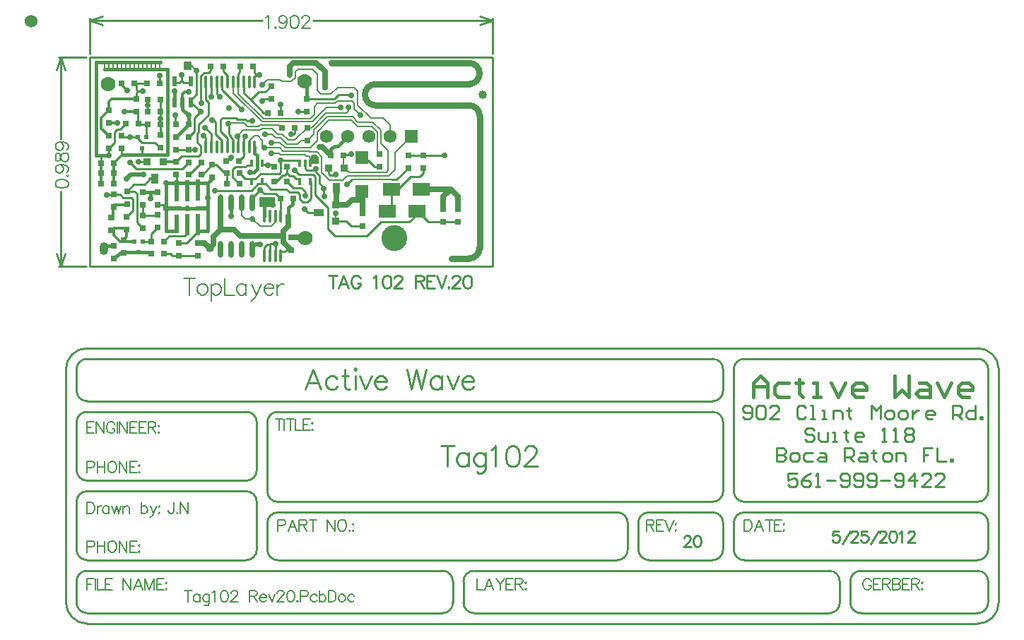
<source format=gtl>
%FSLAX25Y25*%
%MOIN*%
G70*
G01*
G75*
G04 Layer_Physical_Order=1*
G04 Layer_Color=255*
%ADD10C,0.03000*%
%ADD11R,0.03600X0.03600*%
%ADD12R,0.05000X0.03600*%
%ADD13R,0.08000X0.06000*%
%ADD14R,0.02362X0.02362*%
%ADD15C,0.04000*%
%ADD16R,0.07400X0.04500*%
%ADD17R,0.03600X0.03600*%
%ADD18R,0.03600X0.05000*%
%ADD19R,0.02000X0.05000*%
%ADD20R,0.06299X0.05906*%
%ADD21R,0.02362X0.10000*%
%ADD22R,0.02362X0.09000*%
%ADD23R,0.07000X0.02362*%
%ADD24R,0.09000X0.02362*%
%ADD25O,0.02400X0.08000*%
%ADD26R,0.01378X0.03543*%
%ADD27R,0.01378X0.03543*%
%ADD28O,0.01600X0.06000*%
%ADD29O,0.01600X0.06000*%
%ADD30R,0.03000X0.03000*%
%ADD31R,0.03000X0.03000*%
%ADD32C,0.01000*%
%ADD33C,0.01228*%
%ADD34C,0.02000*%
%ADD35C,0.01200*%
%ADD36C,0.00800*%
%ADD37C,0.01400*%
%ADD38C,0.01500*%
%ADD39C,0.02500*%
%ADD40C,0.01600*%
%ADD41C,0.00600*%
%ADD42C,0.00900*%
%ADD43C,0.00500*%
%ADD44C,0.12200*%
%ADD45C,0.07000*%
%ADD46O,0.04000X0.06000*%
%ADD47C,0.06200*%
%ADD48R,0.06200X0.06200*%
%ADD49C,0.06000*%
%ADD50C,0.02800*%
D10*
X-1400Y10000D02*
G03*
X-6400Y15000I-5000J0D01*
G01*
Y5000D02*
G03*
X-1400Y10000I0J5000D01*
G01*
X-50500Y5000D02*
G03*
X-55500Y0I0J-5000D01*
G01*
D02*
G03*
X-50500Y-5000I5000J0D01*
G01*
X-1400Y-10000D02*
G03*
X-6400Y-5000I-5000J0D01*
G01*
Y-77300D02*
G03*
X-1400Y-72300I0J5000D01*
G01*
X-71400Y15000D02*
X-6400D01*
X-50500Y5000D02*
X-6400D01*
X-50500Y-5000D02*
X-6400D01*
X-1400Y-72300D02*
Y-10000D01*
X-14600Y-77300D02*
X-6400D01*
D11*
X-69200Y-59500D02*
D03*
Y-52000D02*
D03*
D12*
X-77200Y-55700D02*
D03*
D13*
X-29000Y-44500D02*
D03*
X-43000D02*
D03*
X-31000Y-55000D02*
D03*
X-45000D02*
D03*
D14*
X-164200Y-69300D02*
D03*
X-160263D02*
D03*
X-162232Y-74418D02*
D03*
X-160632Y-25218D02*
D03*
X-158663Y-20100D02*
D03*
X-162600D02*
D03*
D15*
X0Y0D02*
D03*
X-128700Y-72400D02*
D03*
D16*
X-101700Y-50800D02*
D03*
D17*
X-65200Y-34500D02*
D03*
X-72680D02*
D03*
X-158200Y-31800D02*
D03*
X-150700D02*
D03*
D18*
X-68940Y-43949D02*
D03*
X-154500Y-39800D02*
D03*
D19*
X-145200Y-3500D02*
D03*
Y6500D02*
D03*
X-137700D02*
D03*
X-141500Y-3500D02*
D03*
X-137700D02*
D03*
D20*
X-56800Y-45600D02*
D03*
Y-29600D02*
D03*
D21*
X-139200Y-61406D02*
D03*
X-134200D02*
D03*
X-134300Y-45100D02*
D03*
X-139200Y-45200D02*
D03*
X-144200D02*
D03*
D22*
Y-60906D02*
D03*
D23*
X-131993Y-53568D02*
D03*
D24*
X-146193Y-53568D02*
D03*
D25*
X-108500Y-73100D02*
D03*
X-118500Y-51100D02*
D03*
X-108500D02*
D03*
X-113500D02*
D03*
X-123500D02*
D03*
X-113500Y-73100D02*
D03*
X-118500D02*
D03*
X-123500D02*
D03*
D26*
X-108959Y-32169D02*
D03*
X-106400D02*
D03*
X-108959Y-40831D02*
D03*
X-103841D02*
D03*
X-81141D02*
D03*
X-86259D02*
D03*
X-83700Y-32169D02*
D03*
X-86259D02*
D03*
D27*
X-103841Y-32169D02*
D03*
X-81141D02*
D03*
D28*
X-122854Y-24709D02*
D03*
X-117736Y6000D02*
D03*
X-107500Y-24709D02*
D03*
X-122854Y6000D02*
D03*
X-112618D02*
D03*
X-120295Y-24709D02*
D03*
X-117736D02*
D03*
X-115177Y6000D02*
D03*
X-112618Y-24709D02*
D03*
X-110059D02*
D03*
X-107500Y6000D02*
D03*
X-130532D02*
D03*
X-127972Y-24709D02*
D03*
X-120295Y6000D02*
D03*
X-110059D02*
D03*
X-125413D02*
D03*
X-127972D02*
D03*
X-130532Y-24709D02*
D03*
X-115177D02*
D03*
X-125413D02*
D03*
D29*
X-102877Y-57200D02*
D03*
X-100318Y-75885D02*
D03*
X-97759D02*
D03*
X-102877D02*
D03*
X-95200Y-57200D02*
D03*
X-97759D02*
D03*
X-95200Y-75885D02*
D03*
X-100318Y-57200D02*
D03*
D30*
X-56700Y-62000D02*
D03*
Y-56000D02*
D03*
X-173900Y-77400D02*
D03*
Y-71400D02*
D03*
X-167700Y-45500D02*
D03*
Y-51500D02*
D03*
X-160200Y-46000D02*
D03*
Y-52000D02*
D03*
X-167800Y-63500D02*
D03*
Y-57500D02*
D03*
X-153300Y-56500D02*
D03*
Y-62500D02*
D03*
X-160200Y-57100D02*
D03*
Y-63100D02*
D03*
X-82700Y-15500D02*
D03*
Y-21500D02*
D03*
X-138700Y-26000D02*
D03*
Y-20000D02*
D03*
X-143259Y-69941D02*
D03*
Y-75941D02*
D03*
X-127500Y-39000D02*
D03*
Y-33000D02*
D03*
X-134259Y-75941D02*
D03*
Y-69941D02*
D03*
X-48700Y-28000D02*
D03*
Y-34000D02*
D03*
X-170400Y-19400D02*
D03*
Y-25400D02*
D03*
X-169200Y-74500D02*
D03*
Y-68500D02*
D03*
X-99600Y4100D02*
D03*
Y-1900D02*
D03*
X-82800Y-8000D02*
D03*
Y-2000D02*
D03*
X-176400Y-13400D02*
D03*
Y-7400D02*
D03*
X-173900Y-47100D02*
D03*
Y-53100D02*
D03*
X-176400Y-25400D02*
D03*
Y-19400D02*
D03*
X-163400Y-7900D02*
D03*
Y-1900D02*
D03*
X-144700Y-37800D02*
D03*
Y-31800D02*
D03*
X-152100Y-19100D02*
D03*
Y-25100D02*
D03*
X-175200Y-57906D02*
D03*
Y-63906D02*
D03*
X-90213Y-73300D02*
D03*
Y-67300D02*
D03*
X-153200Y-52000D02*
D03*
Y-46000D02*
D03*
X-144700Y-20000D02*
D03*
Y-26000D02*
D03*
X-35000Y-34500D02*
D03*
Y-28500D02*
D03*
X-28000D02*
D03*
Y-34500D02*
D03*
X-11500Y-60000D02*
D03*
Y-54000D02*
D03*
X-18500D02*
D03*
Y-60000D02*
D03*
D31*
X-179900Y-37100D02*
D03*
X-173900D02*
D03*
Y-42100D02*
D03*
X-179900D02*
D03*
X-98300Y-41100D02*
D03*
X-92300D02*
D03*
Y-34100D02*
D03*
X-98300D02*
D03*
X-138700Y-37500D02*
D03*
X-132700D02*
D03*
X-152200Y5500D02*
D03*
X-158200D02*
D03*
X-95200Y-49000D02*
D03*
X-89200D02*
D03*
X-122300Y13400D02*
D03*
X-128300D02*
D03*
X-114200Y13500D02*
D03*
X-108200D02*
D03*
X-94700Y-15500D02*
D03*
X-88700D02*
D03*
X-114800Y-31300D02*
D03*
X-120800D02*
D03*
X-162300Y-13800D02*
D03*
X-168300D02*
D03*
X-101300Y-8500D02*
D03*
X-95300D02*
D03*
X-156259Y-74941D02*
D03*
X-150259D02*
D03*
X-114700Y-37000D02*
D03*
X-120700D02*
D03*
X-179900Y-32200D02*
D03*
X-173900D02*
D03*
X-114700Y-42000D02*
D03*
X-120700D02*
D03*
X-158100Y-14100D02*
D03*
X-152100D02*
D03*
X-156400Y-69200D02*
D03*
X-150400D02*
D03*
X-158100Y-8100D02*
D03*
X-152100D02*
D03*
X-158100Y-2300D02*
D03*
X-152100D02*
D03*
X-164200Y5500D02*
D03*
X-170200D02*
D03*
X-65700Y-28500D02*
D03*
X-71700D02*
D03*
X-132700Y-32000D02*
D03*
X-138700D02*
D03*
X-144700Y-14000D02*
D03*
X-138700D02*
D03*
D32*
X-78500Y-35500D02*
Y-35000D01*
Y-36500D02*
Y-35500D01*
X-82800D02*
X-78500D01*
X-74900Y-47100D02*
Y-44000D01*
X-77100Y-41800D02*
X-74900Y-44000D01*
X-77100Y-41800D02*
Y-37900D01*
X-78500Y-36500D02*
X-77100Y-37900D01*
X-79100Y-47200D02*
Y-38500D01*
X-79900Y-37700D02*
X-79100Y-38500D01*
X-86600Y-37700D02*
X-79900D01*
X-69600Y-66700D02*
X-54600D01*
X-73000Y-63300D02*
X-69600Y-66700D01*
X-73000Y-63300D02*
Y-53300D01*
X-31000Y-56500D02*
Y-55000D01*
X-34500Y-60000D02*
X-31000Y-56500D01*
X-47900Y-60000D02*
X-34500D01*
X-79100Y-47200D02*
X-73000Y-53300D01*
X-81000Y-49000D02*
Y-40972D01*
X-103841Y-42000D02*
X-102300D01*
X-105800D02*
X-103841D01*
X-102300D02*
X-99800Y-44500D01*
X-109000Y-45200D02*
X-105800Y-42000D01*
X-86400Y-49000D02*
Y-46900D01*
X-87200Y-46100D02*
X-86400Y-46900D01*
X-91000Y-46100D02*
X-87200D01*
X-84900Y-50500D02*
X-82500D01*
X-86400Y-49000D02*
X-84900Y-50500D01*
X-82500D02*
X-81000Y-49000D01*
X-81141Y-40831D02*
X-81000Y-40972D01*
X-71900Y-38100D02*
X-69200D01*
X-72680Y-37320D02*
X-71900Y-38100D01*
X-72680Y-37320D02*
Y-34500D01*
X-69200Y-38100D02*
X-69000Y-37900D01*
X-135000Y200D02*
Y11300D01*
X-137700Y-2500D02*
X-135000Y200D01*
X-137700Y-3500D02*
Y-2500D01*
X-159400Y-42400D02*
X-156800Y-39800D01*
X-164600Y-42400D02*
X-159400D01*
X-167700Y-45500D02*
X-164600Y-42400D01*
X-103772Y-33100D02*
X-98300D01*
X-142000Y6700D02*
Y9200D01*
X-170400Y4700D02*
Y5500D01*
Y5800D01*
Y4700D02*
X-167700Y2000D01*
X-138700Y-26000D02*
X-135600D01*
X-134542Y-22458D02*
Y-18388D01*
X-133800Y-17646D01*
X-136700Y-29000D02*
X-133900D01*
X-134542Y-22458D02*
X-132800Y-24200D01*
Y-27900D02*
Y-24200D01*
X-133900Y-29000D02*
X-132800Y-27900D01*
X-141900Y-29000D02*
X-136700D01*
X-166400Y-20100D02*
X-162600D01*
X-169700D02*
X-166400D01*
Y-31900D02*
X-163400Y-34900D01*
X-158200Y-31800D02*
X-158200Y-31800D01*
X-162400Y-31800D02*
X-158200D01*
X-83900Y-54100D02*
X-82300Y-55700D01*
X-77200D01*
X-64300Y-59500D02*
X-61800Y-62000D01*
X-56700D01*
X-69200Y-59500D02*
X-64300D01*
X-43000Y-40000D02*
X-40500D01*
X-64100Y-42400D02*
X-61700Y-40000D01*
X-54600Y-66700D02*
X-47900Y-60000D01*
X-84000Y-67300D02*
X-83700Y-67600D01*
X-45000Y-55000D02*
X-43000Y-53000D01*
Y-44500D01*
X-28000Y-37000D02*
Y-34500D01*
X-29500Y-38500D02*
X-28000Y-37000D01*
X-34000Y-38500D02*
X-29500D01*
X-40000Y-44500D02*
X-34000Y-38500D01*
X-43000Y-44500D02*
X-40000D01*
X-40500Y-40000D02*
X-35000Y-34500D01*
X-30500Y-55000D02*
X-25500Y-60000D01*
X-31000Y-55000D02*
X-30500D01*
X-170400Y-28100D02*
X-170100Y-28400D01*
X-170400Y-28100D02*
Y-25400D01*
X-160632Y-28368D02*
X-160600Y-28400D01*
X-160632Y-28368D02*
Y-25218D01*
Y-28368D02*
X-160600Y-28400D01*
X-135900Y-10900D02*
X-133000Y-8000D01*
X-135900Y-17200D02*
Y-10900D01*
X-137500Y-3500D02*
X-133000Y-8000D01*
X-137700Y-3500D02*
X-137500D01*
X-138700Y-20000D02*
X-135900Y-17200D01*
X-133800Y-17646D02*
Y-14000D01*
X-129300Y-9500D01*
Y-3500D01*
X-122854Y-24709D02*
Y-21646D01*
Y2354D02*
X-113500Y-7000D01*
X-122854Y2354D02*
Y6000D01*
X-131500Y-19300D02*
X-130532Y-20268D01*
Y-24709D02*
Y-20268D01*
X-132000Y-37500D02*
X-127500Y-33000D01*
X-132700Y-37500D02*
X-132000D01*
X-127500Y-33000D02*
X-125500D01*
X-121500Y-37000D01*
X-120700D01*
X-173900Y-47100D02*
X-171100D01*
X-169700Y-48500D01*
X-165600D01*
X-164900Y-49200D01*
Y-54600D02*
Y-49200D01*
X-167800Y-57500D02*
X-164900Y-54600D01*
X-163000Y-60300D02*
Y-46700D01*
X-167700Y-45500D02*
X-164200D01*
X-163000Y-46700D01*
Y-60300D02*
X-160200Y-63100D01*
X-95200Y-74100D02*
X-93213D01*
X-144800Y5800D02*
X-142900D01*
X-141100D02*
X-138000D01*
X-142900D02*
X-142000Y6700D01*
X-141100Y5800D01*
X-139441Y-69941D02*
X-134600Y-65100D01*
Y-64700D02*
X-134200Y-64300D01*
X-134600Y-65100D02*
Y-64700D01*
X-143259Y-69941D02*
X-139441D01*
X-132800Y-4000D02*
Y9100D01*
X-130532Y-2269D02*
Y6000D01*
Y-2269D02*
X-129300Y-3500D01*
X-115600Y-11500D02*
X-111800D01*
X-116200Y-10900D02*
X-115600Y-11500D01*
X-122754Y-10900D02*
X-116200D01*
X-123500Y-11646D02*
X-122754Y-10900D01*
X-82700Y-15800D02*
Y-15500D01*
X-118495Y-20405D02*
X-117736Y-21164D01*
Y-24709D02*
Y-21164D01*
X-120295Y-24709D02*
Y-20605D01*
X-127972Y-24709D02*
Y-18428D01*
X-130800Y-15600D02*
X-127972Y-18428D01*
X-111800Y-11500D02*
X-110900Y-12400D01*
X-108500D01*
X-122300Y10900D02*
X-120295Y8895D01*
X-122300Y10900D02*
Y13400D01*
X-120295Y6000D02*
Y8895D01*
X-128300Y11400D02*
Y13400D01*
X-129200Y10500D02*
X-128300Y11400D01*
X-131400Y10500D02*
X-129200D01*
X-132800Y9100D02*
X-131400Y10500D01*
X-83700Y-34600D02*
X-82800Y-35500D01*
X-83700Y-34600D02*
Y-32169D01*
X-85500Y-44000D02*
X-83700Y-45800D01*
Y-47500D02*
Y-45800D01*
X-89400Y-44000D02*
X-85500D01*
X-87828Y-39800D02*
X-86300D01*
X-89328Y-38300D02*
X-87828Y-39800D01*
X-92300Y-37100D02*
X-91100Y-38300D01*
X-89328D01*
X-125413Y513D02*
X-123800Y-1100D01*
X-125413Y513D02*
Y6000D01*
X-127972Y-928D02*
Y6000D01*
X-92413Y-73300D02*
X-90213D01*
X-120300Y-30800D02*
X-119100D01*
X-120800Y-31300D02*
X-120300Y-30800D01*
X-114800Y-31300D02*
X-112618Y-29118D01*
X-116700Y-34100D02*
X-112000D01*
X-111100Y-33200D01*
X-109000Y-32210D02*
X-108959Y-32169D01*
X-109000Y-33200D02*
Y-32210D01*
X-111100Y-33200D02*
X-109000D01*
X-117800Y-35200D02*
X-116700Y-34100D01*
X-117800Y-38900D02*
Y-35200D01*
X-92300Y-37100D02*
Y-34100D01*
X-93300Y-38100D02*
X-92300Y-37100D01*
X-94200Y-38100D02*
X-93300D01*
X-97200Y-41100D02*
X-94200Y-38100D01*
X-98300Y-41100D02*
X-97200D01*
X-95200Y-36500D02*
Y-31700D01*
X-104700Y-37200D02*
X-95900D01*
X-95200Y-36500D01*
X-94600Y-31100D02*
X-86300D01*
X-95200Y-31700D02*
X-94600Y-31100D01*
X-86300Y-32128D02*
X-86259Y-32169D01*
X-86300Y-32128D02*
Y-31100D01*
X-107300Y-39800D02*
X-104700Y-37200D01*
X-92300Y-41100D02*
X-89400Y-44000D01*
X-103000Y-46700D02*
X-97500D01*
X-104800Y-44900D02*
X-103000Y-46700D01*
X-97500D02*
X-95200Y-49000D01*
X-144700Y-31800D02*
X-141900Y-29000D01*
X-114700Y-37000D02*
X-111900Y-39800D01*
X-117800Y-38900D02*
X-114700Y-42000D01*
X-108500Y-51100D02*
Y-48600D01*
X-120700Y-42000D02*
Y-37000D01*
X-163400Y-34900D02*
X-141600D01*
X-138700Y-32000D01*
X-138200Y-37500D02*
X-132700Y-32000D01*
X-138700Y-37500D02*
X-138200D01*
X-170400Y-19400D02*
X-169700Y-20100D01*
X-152400Y6300D02*
Y8900D01*
X-145100Y-13600D02*
Y-9800D01*
Y-13600D02*
X-144700Y-14000D01*
X-176400Y-28700D02*
Y-25400D01*
X-168300Y-13900D02*
Y-13800D01*
X-138000Y5700D02*
X-137900Y5800D01*
X-164200Y5500D02*
X-163400Y4800D01*
Y-7900D02*
X-162600Y-8700D01*
Y-13500D02*
Y-8700D01*
X-162000Y-14100D02*
X-158100D01*
X-158663Y-14663D02*
X-158100Y-14100D01*
X-158663Y-20100D02*
Y-14663D01*
X-162600Y-20600D02*
X-160600Y-22600D01*
X-154600D02*
X-152100Y-25100D01*
X-162600Y-20600D02*
Y-20100D01*
X-144700Y-37800D02*
X-144213Y-38287D01*
X-93213Y-74100D02*
X-92413Y-73300D01*
X-147259Y-74941D02*
X-146259Y-75941D01*
X-150259Y-74941D02*
X-147259D01*
X-156782Y-74418D02*
X-156259Y-74941D01*
X-145700Y6000D02*
X-145400Y6300D01*
X-153200Y-52000D02*
X-149400D01*
X-153200Y-46000D02*
X-153200Y-46000D01*
X-160200Y-57100D02*
Y-52000D01*
X-153900Y-57100D02*
X-153300Y-56500D01*
X-160200Y-57100D02*
X-153900D01*
X-156400Y-65600D02*
X-153300Y-62500D01*
X-139200Y-65300D02*
Y-63406D01*
X-140700Y-66800D02*
X-139200Y-65300D01*
X-148000Y-66800D02*
X-140700D01*
X-150400Y-69200D02*
X-148000Y-66800D01*
X-97759Y-75885D02*
Y-70385D01*
X-176400Y-25400D02*
X-173572Y-22572D01*
Y-17588D01*
X-172391Y-16407D01*
X-170907D01*
X-168300Y-13800D01*
X-163400Y2554D02*
Y4800D01*
Y851D02*
X-162548Y1703D01*
X-163400Y2554D02*
X-162548Y1703D01*
X-163400Y-1900D02*
Y851D01*
X-164200Y5500D02*
X-158200D01*
X-162548Y1703D02*
X-160289D01*
X-160186Y1600D01*
X-115177Y9923D02*
X-114500Y10600D01*
Y13200D01*
X-114200Y13500D01*
X-108200D02*
X-107500Y12800D01*
X-110059Y-24709D02*
Y-21759D01*
X-112618Y-20418D02*
X-111900Y-19700D01*
X-126300Y-45200D02*
X-109000D01*
X-108500Y-48600D02*
X-104800Y-44900D01*
X-88700Y-18200D02*
Y-15500D01*
X-89300Y-18800D02*
X-88700Y-18200D01*
X-90200Y-18800D02*
X-89300D01*
X-107500Y10200D02*
Y12800D01*
Y8200D02*
X-106500Y9200D01*
X-107500Y10200D02*
X-106500Y9200D01*
X-95200Y-57200D02*
Y-49000D01*
X-103800Y-24300D02*
X-103100Y-25000D01*
X-88600Y-35700D02*
X-86600Y-37700D01*
X-115177Y-24709D02*
Y-19923D01*
X-115600Y-19500D02*
X-115177Y-19923D01*
X-127000Y-12000D02*
X-126000Y-13000D01*
X-127500Y-12000D02*
X-127000D01*
X-126000Y-18500D02*
X-122854Y-21646D01*
X-126000Y-18500D02*
Y-13000D01*
X-123500Y-17400D02*
X-120295Y-20605D01*
X-123500Y-17400D02*
Y-11646D01*
X-118495Y-20405D02*
Y-19805D01*
X-119600Y-18700D02*
Y-14200D01*
Y-18700D02*
X-118495Y-19805D01*
X-107500Y6000D02*
Y8200D01*
X-51104Y-34000D02*
X-48700D01*
X-54000Y-31104D02*
X-51104Y-34000D01*
X-56800Y-31104D02*
X-54000D01*
X-62500Y-28400D02*
X-62100Y-28000D01*
X-92600Y-44500D02*
X-91000Y-46100D01*
X-99800Y-44500D02*
X-92600D01*
X-102877Y-75885D02*
Y-71877D01*
X-101500Y-70500D01*
X-100374D01*
X-100259Y-70385D02*
X-97759D01*
X-69900Y-2000D02*
X-68000Y-100D01*
X-62000D01*
X-82800Y-2000D02*
X-69900D01*
X-106500Y9200D02*
X-105400D01*
X-103841Y-33031D02*
Y-32169D01*
X-65723Y-28400D02*
X-65700D01*
X-62500D01*
X-115177Y5958D02*
Y6000D01*
Y9923D01*
X-145400Y6300D02*
X-144800Y5700D01*
X-145400Y6300D02*
Y6500D01*
Y7600D01*
X-137900Y5800D02*
Y6200D01*
Y6500D01*
Y7600D01*
Y6200D02*
X-137700Y6000D01*
X-119100Y-30800D02*
X-118350Y-30050D01*
X-118300Y-30000D01*
X-146259Y-75941D02*
X-143259D01*
X-134259D01*
X-160263Y-69300D02*
X-156400D01*
Y-69200D01*
Y-65600D01*
X-149400Y-52000D02*
X-149200Y-51800D01*
X-144213Y-41800D02*
Y-38287D01*
X-158100Y-8100D02*
Y-5100D01*
Y-2300D01*
X-139200Y-41800D02*
X-138713Y-41313D01*
X-100318Y-75885D02*
Y-70444D01*
X-100374Y-70500D02*
X-100318Y-70444D01*
X-100259Y-70385D01*
X-162300Y-13800D02*
X-162000Y-14100D01*
X-162600Y-13500D02*
X-162300Y-13800D01*
X-179900Y-33900D02*
Y-32200D01*
Y-28700D01*
X-152100Y-19100D02*
Y-14100D01*
Y-11200D01*
Y-8100D01*
Y-2300D01*
X-160600Y-22600D02*
X-155500D01*
X-154600D01*
X-94700Y-9500D02*
X-94500Y-9300D01*
X-112618Y-29118D02*
Y-24709D01*
Y-20418D01*
X-144700Y-26000D02*
X-138700D01*
X-111900Y-39800D02*
X-108959D01*
X-107300D01*
X-25500Y-60000D02*
X-18500D01*
X-11500D01*
X-35000Y-28500D02*
X-28000D01*
X-18000D01*
X-87100Y-8000D02*
X-82800D01*
X-95200Y-8400D02*
Y-4600D01*
X-95300Y-8500D02*
X-95200Y-8400D01*
X-103400Y-8500D02*
X-101300D01*
X-112618Y718D02*
Y6000D01*
X-101500Y-8700D02*
X-100700Y-9500D01*
X-104100Y-3100D02*
X-102900Y-1900D01*
X-99600D01*
X-102500Y1200D02*
X-99600Y4100D01*
X-105600Y1200D02*
X-102500D01*
X-109263Y-2463D02*
X-105600Y1200D01*
X-109437Y-2463D02*
X-109263D01*
X-109437D02*
X-103400Y-8500D01*
X-112618Y718D02*
X-109437Y-2463D01*
X-200000Y17800D02*
X-186900D01*
X-200000Y-81100D02*
X-186900D01*
X-199000Y-20838D02*
Y17800D01*
Y-81100D02*
Y-45662D01*
X-201000Y11800D02*
X-199000Y17800D01*
X-197000Y11800D01*
X-199000Y-81100D02*
X-197000Y-75100D01*
X-201000D02*
X-199000Y-81100D01*
X4800Y19300D02*
Y36000D01*
X-185400Y19300D02*
Y36000D01*
X-79817Y35000D02*
X4800D01*
X-185400D02*
X-103983D01*
X-1200Y37000D02*
X4800Y35000D01*
X-1200Y33000D02*
X4800Y35000D01*
X-185400D02*
X-179400Y33000D01*
X-185400Y35000D02*
X-179400Y37000D01*
X4800Y-81100D02*
Y17800D01*
X-185400D02*
X4800D01*
X-185400Y-81100D02*
X4800D01*
X-185400D02*
Y17800D01*
X-70600Y-85201D02*
Y-91200D01*
X-72600Y-85201D02*
X-68601D01*
X-63316Y-91200D02*
X-65601Y-85201D01*
X-67887Y-91200D01*
X-67030Y-89200D02*
X-64173D01*
X-57632Y-86629D02*
X-57917Y-86058D01*
X-58489Y-85487D01*
X-59060Y-85201D01*
X-60203D01*
X-60774Y-85487D01*
X-61345Y-86058D01*
X-61631Y-86629D01*
X-61917Y-87486D01*
Y-88915D01*
X-61631Y-89772D01*
X-61345Y-90343D01*
X-60774Y-90914D01*
X-60203Y-91200D01*
X-59060D01*
X-58489Y-90914D01*
X-57917Y-90343D01*
X-57632Y-89772D01*
Y-88915D01*
X-59060D02*
X-57632D01*
X-51547Y-86344D02*
X-50976Y-86058D01*
X-50119Y-85201D01*
Y-91200D01*
X-45434Y-85201D02*
X-46291Y-85487D01*
X-46863Y-86344D01*
X-47148Y-87772D01*
Y-88629D01*
X-46863Y-90057D01*
X-46291Y-90914D01*
X-45434Y-91200D01*
X-44863D01*
X-44006Y-90914D01*
X-43435Y-90057D01*
X-43149Y-88629D01*
Y-87772D01*
X-43435Y-86344D01*
X-44006Y-85487D01*
X-44863Y-85201D01*
X-45434D01*
X-41521Y-86629D02*
Y-86344D01*
X-41235Y-85773D01*
X-40950Y-85487D01*
X-40378Y-85201D01*
X-39236D01*
X-38664Y-85487D01*
X-38379Y-85773D01*
X-38093Y-86344D01*
Y-86915D01*
X-38379Y-87486D01*
X-38950Y-88344D01*
X-41807Y-91200D01*
X-37808D01*
X-31752Y-85201D02*
Y-91200D01*
Y-85201D02*
X-29181D01*
X-28324Y-85487D01*
X-28038Y-85773D01*
X-27753Y-86344D01*
Y-86915D01*
X-28038Y-87486D01*
X-28324Y-87772D01*
X-29181Y-88058D01*
X-31752D01*
X-29752D02*
X-27753Y-91200D01*
X-22696Y-85201D02*
X-26410D01*
Y-91200D01*
X-22696D01*
X-26410Y-88058D02*
X-24125D01*
X-21697Y-85201D02*
X-19411Y-91200D01*
X-17126Y-85201D02*
X-19411Y-91200D01*
X-16069Y-90629D02*
X-16355Y-90914D01*
X-16069Y-91200D01*
X-15784Y-90914D01*
X-16069Y-90629D01*
X-14184Y-86629D02*
Y-86344D01*
X-13898Y-85773D01*
X-13613Y-85487D01*
X-13041Y-85201D01*
X-11899D01*
X-11327Y-85487D01*
X-11042Y-85773D01*
X-10756Y-86344D01*
Y-86915D01*
X-11042Y-87486D01*
X-11613Y-88344D01*
X-14470Y-91200D01*
X-10470D01*
X-7414Y-85201D02*
X-8271Y-85487D01*
X-8842Y-86344D01*
X-9128Y-87772D01*
Y-88629D01*
X-8842Y-90057D01*
X-8271Y-90914D01*
X-7414Y-91200D01*
X-6843D01*
X-5986Y-90914D01*
X-5414Y-90057D01*
X-5129Y-88629D01*
Y-87772D01*
X-5414Y-86344D01*
X-5986Y-85487D01*
X-6843Y-85201D01*
X-7414D01*
X-14008Y-229618D02*
G03*
X-19008Y-224618I-5000J0D01*
G01*
X-18892Y-244618D02*
G03*
X-14010Y-239650I84J4800D01*
G01*
X-4008Y-224618D02*
G03*
X-9008Y-229618I0J-5000D01*
G01*
Y-239618D02*
G03*
X-4095Y-244617I5000J0D01*
G01*
X168492Y-229618D02*
G03*
X163492Y-224618I-5000J0D01*
G01*
X163608Y-244618D02*
G03*
X168490Y-239650I84J4800D01*
G01*
X173492Y-239718D02*
G03*
X178478Y-244617I4900J0D01*
G01*
X178492Y-224618D02*
G03*
X173492Y-229618I0J-5000D01*
G01*
X-106508Y-154518D02*
G03*
X-111408Y-149618I-4900J0D01*
G01*
X-111308Y-182118D02*
G03*
X-106508Y-177318I0J4800D01*
G01*
Y-192018D02*
G03*
X-111579Y-187121I-4900J0D01*
G01*
X-101508Y-187218D02*
G03*
X-96608Y-192118I4900J0D01*
G01*
X-101508Y-214718D02*
G03*
X-96608Y-219618I4900J0D01*
G01*
X-111408D02*
G03*
X-106508Y-214718I0J4900D01*
G01*
X68492Y-202018D02*
G03*
X63592Y-197118I-4900J0D01*
G01*
Y-219618D02*
G03*
X68491Y-214632I0J4900D01*
G01*
X73492Y-214518D02*
G03*
X78503Y-219617I5100J0D01*
G01*
X78292Y-197118D02*
G03*
X73499Y-202169I0J-4800D01*
G01*
X-96508Y-197118D02*
G03*
X-101508Y-202118I0J-5000D01*
G01*
X-96508Y-149618D02*
G03*
X-101508Y-154618I0J-5000D01*
G01*
X-191508Y-214618D02*
G03*
X-186595Y-219617I5000J0D01*
G01*
X-186508Y-187118D02*
G03*
X-191508Y-192118I0J-5000D01*
G01*
Y-177118D02*
G03*
X-186508Y-182118I5000J0D01*
G01*
Y-149618D02*
G03*
X-191508Y-154618I0J-5000D01*
G01*
Y-139618D02*
G03*
X-186508Y-144618I5000J0D01*
G01*
Y-124618D02*
G03*
X-191508Y-129618I0J-5000D01*
G01*
X113492D02*
G03*
X108492Y-124618I-5000J0D01*
G01*
X123492D02*
G03*
X118492Y-129618I0J-5000D01*
G01*
X108492Y-144618D02*
G03*
X113492Y-139618I0J5000D01*
G01*
Y-154618D02*
G03*
X108492Y-149618I-5000J0D01*
G01*
X-186508Y-224618D02*
G03*
X-191508Y-229618I0J-5000D01*
G01*
X108579Y-192118D02*
G03*
X113493Y-187118I-87J5000D01*
G01*
X-191508Y-239618D02*
G03*
X-186595Y-244617I5000J0D01*
G01*
X113492Y-202018D02*
G03*
X108592Y-197118I-4900J0D01*
G01*
X118492Y-214718D02*
G03*
X123477Y-219617I4900J0D01*
G01*
X108492Y-219618D02*
G03*
X113492Y-214618I0J5000D01*
G01*
X233492Y-244618D02*
G03*
X238492Y-239618I0J5000D01*
G01*
X238492Y-229530D02*
G03*
X233492Y-224617I-5000J-87D01*
G01*
Y-219618D02*
G03*
X238492Y-214618I0J5000D01*
G01*
Y-129518D02*
G03*
X233421Y-124621I-4900J0D01*
G01*
X243492Y-129618D02*
G03*
X233492Y-119618I-10000J0D01*
G01*
Y-249618D02*
G03*
X243492Y-239618I0J10000D01*
G01*
X-196508Y-239518D02*
G03*
X-186584Y-249616I10100J0D01*
G01*
X-186508Y-119618D02*
G03*
X-196508Y-129618I0J-10000D01*
G01*
X118492Y-187118D02*
G03*
X123492Y-192118I5000J0D01*
G01*
X233492D02*
G03*
X238492Y-187118I0J5000D01*
G01*
X123492Y-197118D02*
G03*
X118492Y-202118I0J-5000D01*
G01*
X238492Y-202018D02*
G03*
X233592Y-197118I-4900J0D01*
G01*
X-4008Y-244618D02*
X163492D01*
X-186508D02*
X-19008D01*
X-186508Y-224618D02*
X-19008D01*
X-4008D02*
X163492D01*
X178492Y-244618D02*
X233492D01*
X178492Y-224618D02*
X233492D01*
X-186508Y-124618D02*
X108492D01*
X-186508Y-249618D02*
X233492D01*
X-186508Y-119618D02*
X233492D01*
X-186508Y-219618D02*
X-111508D01*
X-186508Y-187118D02*
X-111508D01*
X-186508Y-182118D02*
X-111508D01*
X-186508Y-149618D02*
X-111508D01*
X-186508Y-144618D02*
X108492D01*
X-96508Y-149618D02*
X108492D01*
X-96508Y-197118D02*
X63492D01*
X-96508Y-219618D02*
X63492D01*
X78492D02*
X108492D01*
X78492Y-197118D02*
X108492D01*
X123492Y-219618D02*
X233492D01*
X123492Y-124618D02*
X233492D01*
X-96508Y-192118D02*
X108492D01*
X123492D02*
X233492D01*
X123492Y-197118D02*
X233492D01*
X-14008Y-239618D02*
Y-229618D01*
X-9008Y-239618D02*
Y-229618D01*
X168492Y-239618D02*
Y-229618D01*
X173492Y-239618D02*
Y-229618D01*
X243492Y-239618D02*
Y-129618D01*
X-191508Y-214618D02*
Y-192118D01*
X-106508Y-214618D02*
Y-192118D01*
X-191508Y-177118D02*
Y-154618D01*
X-106508Y-177118D02*
Y-154618D01*
X-191508Y-139618D02*
Y-129618D01*
X113492Y-139618D02*
Y-129618D01*
Y-187118D02*
Y-154618D01*
X-101508Y-187118D02*
Y-154618D01*
X68492Y-214618D02*
Y-202118D01*
X-101508Y-214618D02*
Y-202118D01*
X73492Y-214618D02*
Y-202118D01*
X113492Y-214618D02*
Y-202118D01*
X238492Y-239618D02*
Y-229618D01*
X-191508Y-239618D02*
Y-229618D01*
X-196508Y-239618D02*
Y-129618D01*
X118492Y-187118D02*
Y-129618D01*
X238492Y-187118D02*
Y-129618D01*
X118492Y-214618D02*
Y-202118D01*
X238492Y-214618D02*
Y-202018D01*
X138652Y-166692D02*
Y-173090D01*
X141851D01*
X142918Y-172023D01*
Y-170957D01*
X141851Y-169891D01*
X138652D01*
X141851D01*
X142918Y-168825D01*
Y-167758D01*
X141851Y-166692D01*
X138652D01*
X146116Y-173090D02*
X148249D01*
X149316Y-172023D01*
Y-169891D01*
X148249Y-168825D01*
X146116D01*
X145050Y-169891D01*
Y-172023D01*
X146116Y-173090D01*
X155713Y-168825D02*
X152514D01*
X151448Y-169891D01*
Y-172023D01*
X152514Y-173090D01*
X155713D01*
X158912Y-168825D02*
X161045D01*
X162111Y-169891D01*
Y-173090D01*
X158912D01*
X157846Y-172023D01*
X158912Y-170957D01*
X162111D01*
X170642Y-173090D02*
Y-166692D01*
X173841D01*
X174907Y-167758D01*
Y-169891D01*
X173841Y-170957D01*
X170642D01*
X172775D02*
X174907Y-173090D01*
X178106Y-168825D02*
X180239D01*
X181305Y-169891D01*
Y-173090D01*
X178106D01*
X177040Y-172023D01*
X178106Y-170957D01*
X181305D01*
X184504Y-167758D02*
Y-168825D01*
X183438D01*
X185570D01*
X184504D01*
Y-172023D01*
X185570Y-173090D01*
X189836D02*
X191968D01*
X193035Y-172023D01*
Y-169891D01*
X191968Y-168825D01*
X189836D01*
X188769Y-169891D01*
Y-172023D01*
X189836Y-173090D01*
X195167D02*
Y-168825D01*
X198366D01*
X199433Y-169891D01*
Y-173090D01*
X212228Y-166692D02*
X207963D01*
Y-169891D01*
X210096D01*
X207963D01*
Y-173090D01*
X214361Y-166692D02*
Y-173090D01*
X218626D01*
X220759D02*
Y-172023D01*
X221825D01*
Y-173090D01*
X220759D01*
X122652Y-152023D02*
X123719Y-153090D01*
X125851D01*
X126918Y-152023D01*
Y-147758D01*
X125851Y-146692D01*
X123719D01*
X122652Y-147758D01*
Y-148825D01*
X123719Y-149891D01*
X126918D01*
X129050Y-147758D02*
X130116Y-146692D01*
X132249D01*
X133316Y-147758D01*
Y-152023D01*
X132249Y-153090D01*
X130116D01*
X129050Y-152023D01*
Y-147758D01*
X139713Y-153090D02*
X135448D01*
X139713Y-148825D01*
Y-147758D01*
X138647Y-146692D01*
X136514D01*
X135448Y-147758D01*
X152509D02*
X151443Y-146692D01*
X149310D01*
X148244Y-147758D01*
Y-152023D01*
X149310Y-153090D01*
X151443D01*
X152509Y-152023D01*
X154642Y-153090D02*
X156774D01*
X155708D01*
Y-146692D01*
X154642D01*
X159974Y-153090D02*
X162106D01*
X161040D01*
Y-148825D01*
X159974D01*
X165305Y-153090D02*
Y-148825D01*
X168504D01*
X169570Y-149891D01*
Y-153090D01*
X172769Y-147758D02*
Y-148825D01*
X171703D01*
X173836D01*
X172769D01*
Y-152023D01*
X173836Y-153090D01*
X183433D02*
Y-146692D01*
X185565Y-148825D01*
X187698Y-146692D01*
Y-153090D01*
X190897D02*
X193029D01*
X194096Y-152023D01*
Y-149891D01*
X193029Y-148825D01*
X190897D01*
X189831Y-149891D01*
Y-152023D01*
X190897Y-153090D01*
X197295D02*
X199427D01*
X200494Y-152023D01*
Y-149891D01*
X199427Y-148825D01*
X197295D01*
X196228Y-149891D01*
Y-152023D01*
X197295Y-153090D01*
X202626Y-148825D02*
Y-153090D01*
Y-150957D01*
X203693Y-149891D01*
X204759Y-148825D01*
X205825D01*
X212223Y-153090D02*
X210091D01*
X209024Y-152023D01*
Y-149891D01*
X210091Y-148825D01*
X212223D01*
X213290Y-149891D01*
Y-150957D01*
X209024D01*
X221820Y-153090D02*
Y-146692D01*
X225019D01*
X226085Y-147758D01*
Y-149891D01*
X225019Y-150957D01*
X221820D01*
X223953D02*
X226085Y-153090D01*
X232483Y-146692D02*
Y-153090D01*
X229284D01*
X228218Y-152023D01*
Y-149891D01*
X229284Y-148825D01*
X232483D01*
X234616Y-153090D02*
Y-152023D01*
X235682D01*
Y-153090D01*
X234616D01*
X148417Y-178692D02*
X144152D01*
Y-181891D01*
X146285Y-180824D01*
X147351D01*
X148417Y-181891D01*
Y-184023D01*
X147351Y-185090D01*
X145219D01*
X144152Y-184023D01*
X154815Y-178692D02*
X152683Y-179758D01*
X150550Y-181891D01*
Y-184023D01*
X151617Y-185090D01*
X153749D01*
X154815Y-184023D01*
Y-182957D01*
X153749Y-181891D01*
X150550D01*
X156948Y-185090D02*
X159081D01*
X158014D01*
Y-178692D01*
X156948Y-179758D01*
X162280Y-181891D02*
X166545D01*
X168678Y-184023D02*
X169744Y-185090D01*
X171877D01*
X172943Y-184023D01*
Y-179758D01*
X171877Y-178692D01*
X169744D01*
X168678Y-179758D01*
Y-180824D01*
X169744Y-181891D01*
X172943D01*
X175076Y-184023D02*
X176142Y-185090D01*
X178275D01*
X179341Y-184023D01*
Y-179758D01*
X178275Y-178692D01*
X176142D01*
X175076Y-179758D01*
Y-180824D01*
X176142Y-181891D01*
X179341D01*
X181474Y-184023D02*
X182540Y-185090D01*
X184672D01*
X185739Y-184023D01*
Y-179758D01*
X184672Y-178692D01*
X182540D01*
X181474Y-179758D01*
Y-180824D01*
X182540Y-181891D01*
X185739D01*
X187871D02*
X192137D01*
X194269Y-184023D02*
X195336Y-185090D01*
X197468D01*
X198535Y-184023D01*
Y-179758D01*
X197468Y-178692D01*
X195336D01*
X194269Y-179758D01*
Y-180824D01*
X195336Y-181891D01*
X198535D01*
X203866Y-185090D02*
Y-178692D01*
X200667Y-181891D01*
X204933D01*
X211331Y-185090D02*
X207065D01*
X211331Y-180824D01*
Y-179758D01*
X210264Y-178692D01*
X208132D01*
X207065Y-179758D01*
X217728Y-185090D02*
X213463D01*
X217728Y-180824D01*
Y-179758D01*
X216662Y-178692D01*
X214529D01*
X213463Y-179758D01*
X156418Y-158258D02*
X155351Y-157192D01*
X153219D01*
X152152Y-158258D01*
Y-159325D01*
X153219Y-160391D01*
X155351D01*
X156418Y-161457D01*
Y-162523D01*
X155351Y-163590D01*
X153219D01*
X152152Y-162523D01*
X158550Y-159325D02*
Y-162523D01*
X159616Y-163590D01*
X162815D01*
Y-159325D01*
X164948Y-163590D02*
X167081D01*
X166014D01*
Y-159325D01*
X164948D01*
X171346Y-158258D02*
Y-159325D01*
X170280D01*
X172412D01*
X171346D01*
Y-162523D01*
X172412Y-163590D01*
X178810D02*
X176678D01*
X175611Y-162523D01*
Y-160391D01*
X176678Y-159325D01*
X178810D01*
X179877Y-160391D01*
Y-161457D01*
X175611D01*
X188407Y-163590D02*
X190540D01*
X189473D01*
Y-157192D01*
X188407Y-158258D01*
X193739Y-163590D02*
X195871D01*
X194805D01*
Y-157192D01*
X193739Y-158258D01*
X199070D02*
X200137Y-157192D01*
X202269D01*
X203336Y-158258D01*
Y-159325D01*
X202269Y-160391D01*
X203336Y-161457D01*
Y-162523D01*
X202269Y-163590D01*
X200137D01*
X199070Y-162523D01*
Y-161457D01*
X200137Y-160391D01*
X199070Y-159325D01*
Y-158258D01*
X200137Y-160391D02*
X202269D01*
X-185400Y-81100D02*
Y17800D01*
Y-81100D02*
X4800D01*
X-185400Y17800D02*
X4800D01*
Y-81100D02*
Y17800D01*
D33*
X-141500Y-3500D02*
Y300D01*
X-140400Y1400D01*
X-138500D01*
D34*
X-167900Y-39700D02*
X-166000Y-37800D01*
X-159800D01*
X-108500Y-73100D02*
Y-72000D01*
X-107000Y-70500D02*
X-105000D01*
X-108500Y-72000D02*
X-107000Y-70500D01*
D35*
X-156800Y-39800D02*
X-154500D01*
X-169200Y-68500D02*
X-167800Y-67100D01*
Y-63500D01*
X-150700Y-31800D02*
X-144700D01*
X-174000Y-66300D02*
X-171000Y-69300D01*
X-168300Y-63000D02*
X-167800Y-63500D01*
X-174000Y-63000D02*
X-168300D01*
Y-52100D02*
X-167700Y-51500D01*
X-144700Y-37800D02*
X-144200Y-37300D01*
X-174300Y-58600D02*
Y-57906D01*
Y-53100D01*
Y-52700D01*
X-173900Y-52100D02*
X-168300D01*
X-171000Y-69300D02*
X-169200D01*
X-164200D01*
X-174000Y-66300D02*
Y-63906D01*
Y-63000D01*
X-177400Y-47200D02*
X-173900D01*
D36*
X-137600Y13900D02*
X-135000Y11300D01*
X-139100Y13900D02*
X-137600D01*
X-139100D02*
X-137700D01*
X-140700D02*
X-139100D01*
X-63000Y-36700D02*
X-45400D01*
X-65200Y-34500D02*
X-63000Y-36700D01*
X-61700Y-40000D02*
X-43000D01*
X-113500Y-51100D02*
X-113500Y-51100D01*
X-113500Y-57000D02*
Y-51100D01*
Y-57000D02*
X-112000Y-58500D01*
X-108500D01*
X-105000Y-62000D01*
X-99759D01*
X-41400Y-27250D02*
X-33750Y-19600D01*
X-139500Y12000D02*
Y15500D01*
X-140700Y14400D02*
X-137700D01*
X-140700Y12900D02*
X-137700D01*
X-140500Y12000D02*
Y15500D01*
X-140000Y12000D02*
Y15500D01*
X-138000Y12000D02*
Y15500D01*
X-137700Y12000D02*
Y15500D01*
X-139000Y12000D02*
Y15500D01*
X-138500Y12000D02*
Y15500D01*
X-140700Y14900D02*
X-137700D01*
X-140700Y15500D02*
X-137700D01*
X-140700Y15400D02*
X-137700D01*
X-140700Y13400D02*
X-137700D01*
X-140700Y12400D02*
X-137700D01*
X-140700Y12000D02*
Y15500D01*
Y12000D02*
X-137700D01*
X-61300Y-10400D02*
X-58800Y-12900D01*
X-60600Y-6800D02*
X-57700Y-9700D01*
X-64300Y-8700D02*
X-63200Y-7600D01*
Y-6000D01*
X-82700Y-15500D02*
X-80700D01*
X-82600Y-21500D02*
X-79700Y-18600D01*
X-103800Y-24300D02*
Y-21700D01*
X-107700Y-19400D02*
X-106100D01*
X-110059Y-21759D02*
X-107700Y-19400D01*
X-106100D02*
X-103800Y-21700D01*
X-49500Y-27200D02*
X-48700Y-28000D01*
X-48000Y-22900D02*
X-44500Y-26400D01*
X-48000Y-22900D02*
Y-16700D01*
X-51800Y-12900D02*
X-48000Y-16700D01*
X-58800Y-12900D02*
X-51800D01*
X-115600Y-19500D02*
X-112831Y-16731D01*
X-104831D01*
X-80700Y-32300D02*
X-77700D01*
X-80700D02*
Y-28800D01*
Y-32100D02*
X-77700D01*
X-80700Y-31100D02*
X-77700D01*
X-80700Y-29100D02*
X-78263D01*
X-80700Y-28800D02*
X-78563D01*
X-80700Y-30600D02*
X-77700D01*
X-80700Y-29600D02*
X-77763D01*
X-80700Y-30100D02*
X-77700D01*
X-80000Y-32300D02*
Y-28800D01*
X-80500Y-32300D02*
Y-28800D01*
X-79000Y-32300D02*
Y-28800D01*
X-79500Y-32300D02*
Y-28800D01*
X-78000Y-32300D02*
Y-29363D01*
X-78500Y-32300D02*
Y-28863D01*
X-80700Y-31600D02*
X-77700D01*
X-78563Y-28800D02*
X-77700Y-29663D01*
Y-32300D02*
Y-29663D01*
X-44500Y-35800D02*
Y-26400D01*
X-65700Y-34000D02*
Y-28500D01*
X-45400Y-36700D02*
X-44500Y-35800D01*
X-97759Y-60000D02*
Y-57200D01*
X-99759Y-62000D02*
X-97759Y-60000D01*
X-79700Y-18600D02*
Y-16800D01*
X-80700Y-15500D02*
X-73900Y-8700D01*
X-64300D01*
X-79700Y-16800D02*
X-73300Y-10400D01*
X-61300D01*
X-73600Y-6100D02*
X-66800D01*
X-85600Y-21500D02*
X-82700D01*
X-82600D01*
X-65700Y-34000D02*
X-65200Y-34500D01*
X-95100Y-15500D02*
X-94700D01*
X-103100Y-25000D02*
X-95700D01*
X-102700Y-18600D02*
X-99200D01*
X-97500Y-20300D01*
X-95200D01*
X-88500Y-21300D02*
X-82700Y-15500D01*
X-58963Y-15000D02*
X-52200D01*
X-49500Y-17700D01*
Y-27200D02*
Y-17700D01*
X-61863Y-12100D02*
X-58963Y-15000D01*
X-78100Y-17600D02*
X-72600Y-12100D01*
X-61863D01*
X-78100Y-21800D02*
Y-17600D01*
X-96700Y-18500D02*
X-94454D01*
X-91654Y-21300D01*
X-88500D01*
X-81300Y-25000D02*
X-78100Y-21800D01*
X-87300Y-23200D02*
X-85600Y-21500D01*
X-95200Y-20300D02*
X-94200Y-21300D01*
X-92300Y-23200D01*
X-87300D01*
X-99500Y-22500D02*
X-95601D01*
X-93101Y-25000D01*
X-81300D01*
X-95700D02*
X-94200Y-26500D01*
X-99500Y-27700D02*
X-95800D01*
X-95200Y-28300D01*
X-84000D01*
X-83300Y-29000D01*
X-82100D01*
X-64100Y-38300D02*
X-44300D01*
X-41400Y-35400D01*
Y-27250D01*
X-66100Y-40300D02*
X-64100Y-38300D01*
X-75800Y-36800D02*
X-72300Y-40300D01*
X-66100D01*
X-75800Y-36800D02*
Y-29300D01*
X-94200Y-26500D02*
X-82100D01*
X-78000Y-27100D02*
X-75800Y-29300D01*
X-82100Y-26500D02*
X-81500Y-27100D01*
X-78000D01*
X-81141Y-32169D02*
Y-29959D01*
X-82100Y-29000D02*
X-81141Y-29959D01*
X-58800Y-4900D02*
X-52600Y-11100D01*
X-47100D01*
X-43750Y-14450D01*
Y-19600D02*
Y-14450D01*
X-58800Y-4900D02*
Y1800D01*
X-68300Y3500D02*
X-60500D01*
X-58800Y1800D01*
X-71500Y300D02*
X-68300Y3500D01*
X-78000Y1900D02*
X-76400Y300D01*
X-71500D01*
X-78000Y1900D02*
Y9700D01*
X-80400Y12100D02*
X-78000Y9700D01*
X-88300Y8100D02*
Y10900D01*
X-87100Y12100D01*
X-80400D01*
X-103800Y4800D02*
X-101500Y7100D01*
X-95500D02*
X-94600Y6200D01*
X-101500Y7100D02*
X-95500D01*
X-90200Y6200D02*
X-88300Y8100D01*
X-94600Y6200D02*
X-90200D01*
X-69300Y-60500D02*
Y-56000D01*
X-60600Y-6800D02*
Y-4100D01*
X-69500D02*
X-68500Y-3100D01*
X-61600D01*
X-60600Y-4100D01*
X-79300Y-5500D02*
X-77900Y-4100D01*
X-69500D01*
X-79300Y-9200D02*
Y-5500D01*
X-80300Y-12800D02*
X-73600Y-6100D01*
X-81300Y-11200D02*
X-79300Y-9200D01*
X-96200Y-14400D02*
X-95100Y-15500D01*
X-110900Y-15100D02*
X-105800D01*
X-105100Y-14400D01*
X-120100Y-13600D02*
X-119800Y-13300D01*
X-112700D01*
X-110900Y-15100D01*
X-99200Y-16000D02*
X-96700Y-18500D01*
X-104831Y-16731D02*
X-104100Y-16000D01*
X-99200D01*
X-105100Y-14400D02*
X-96200D01*
X-104100Y-12800D02*
X-80300D01*
X-117736Y836D02*
Y6000D01*
Y836D02*
X-104100Y-12800D01*
X-103437Y-11200D02*
X-81300D01*
X-115135Y498D02*
Y5958D01*
Y498D02*
X-103437Y-11200D01*
X-138134Y-86502D02*
Y-94500D01*
X-140800Y-86502D02*
X-135468D01*
X-132611Y-89168D02*
X-133373Y-89549D01*
X-134135Y-90310D01*
X-134516Y-91453D01*
Y-92215D01*
X-134135Y-93357D01*
X-133373Y-94119D01*
X-132611Y-94500D01*
X-131469D01*
X-130707Y-94119D01*
X-129945Y-93357D01*
X-129564Y-92215D01*
Y-91453D01*
X-129945Y-90310D01*
X-130707Y-89549D01*
X-131469Y-89168D01*
X-132611D01*
X-127812D02*
Y-97166D01*
Y-90310D02*
X-127051Y-89549D01*
X-126289Y-89168D01*
X-125146D01*
X-124384Y-89549D01*
X-123623Y-90310D01*
X-123242Y-91453D01*
Y-92215D01*
X-123623Y-93357D01*
X-124384Y-94119D01*
X-125146Y-94500D01*
X-126289D01*
X-127051Y-94119D01*
X-127812Y-93357D01*
X-121528Y-86502D02*
Y-94500D01*
X-116957D01*
X-111511Y-89168D02*
Y-94500D01*
Y-90310D02*
X-112273Y-89549D01*
X-113034Y-89168D01*
X-114177D01*
X-114939Y-89549D01*
X-115701Y-90310D01*
X-116082Y-91453D01*
Y-92215D01*
X-115701Y-93357D01*
X-114939Y-94119D01*
X-114177Y-94500D01*
X-113034D01*
X-112273Y-94119D01*
X-111511Y-93357D01*
X-108997Y-89168D02*
X-106712Y-94500D01*
X-104427Y-89168D02*
X-106712Y-94500D01*
X-107474Y-96023D01*
X-108236Y-96785D01*
X-108997Y-97166D01*
X-109378D01*
X-103094Y-91453D02*
X-98523D01*
Y-90691D01*
X-98904Y-89929D01*
X-99285Y-89549D01*
X-100047Y-89168D01*
X-101189D01*
X-101951Y-89549D01*
X-102713Y-90310D01*
X-103094Y-91453D01*
Y-92215D01*
X-102713Y-93357D01*
X-101951Y-94119D01*
X-101189Y-94500D01*
X-100047D01*
X-99285Y-94119D01*
X-98523Y-93357D01*
X-96809Y-89168D02*
Y-94500D01*
Y-91453D02*
X-96429Y-90310D01*
X-95667Y-89549D01*
X-94905Y-89168D01*
X-93762D01*
X-145672Y-192391D02*
Y-196454D01*
X-145926Y-197215D01*
X-146180Y-197469D01*
X-146688Y-197723D01*
X-147196D01*
X-147704Y-197469D01*
X-147958Y-197215D01*
X-148212Y-196454D01*
Y-195946D01*
X-144047Y-197215D02*
X-144301Y-197469D01*
X-144047Y-197723D01*
X-143793Y-197469D01*
X-144047Y-197215D01*
X-142625Y-192391D02*
Y-197723D01*
Y-192391D02*
X-139070Y-197723D01*
Y-192391D02*
Y-197723D01*
D37*
X-176400Y-13400D02*
X-172200D01*
X-173900Y-32200D02*
X-170100Y-28400D01*
X-174900Y-1900D02*
X-163400D01*
X-176400Y-3400D02*
X-174900Y-1900D01*
X-176400Y-7400D02*
Y-3400D01*
X-179900Y-10900D02*
X-176400Y-7400D01*
X-179900Y-15900D02*
Y-10900D01*
Y-15900D02*
X-176400Y-19400D01*
X-168900Y-7900D02*
X-163400D01*
X-179900Y-42100D02*
Y-37100D01*
Y-32200D01*
X-173900Y-42100D02*
Y-37100D01*
Y-32200D01*
D38*
X-129700Y-48500D02*
Y-41800D01*
X-127500Y-39600D01*
Y-39000D01*
X-107500Y-27500D02*
X-106400Y-28600D01*
X-107500Y-27500D02*
Y-24709D01*
X-141500Y-6900D02*
Y-3500D01*
X-138700Y-9900D02*
X-138600Y-9800D01*
X-138700Y-14000D02*
Y-9900D01*
X-141500Y-6900D02*
X-138600Y-9800D01*
X-91500Y-57300D02*
X-91500Y-53400D01*
X-145400Y-2400D02*
Y1800D01*
X-118500Y-57300D02*
X-118500Y-57300D01*
Y-51100D01*
X-144700Y-20000D02*
X-138700Y-14000D01*
X-83800Y6400D02*
X-82800Y5400D01*
X-91500Y-53400D02*
X-89700Y-51600D01*
Y-49500D02*
X-89200Y-49000D01*
X-89700Y-51600D02*
Y-49500D01*
X-82800Y-2000D02*
Y5400D01*
X-109700Y-36500D02*
X-107900D01*
X-106400Y-35000D01*
X-71700Y-28500D02*
Y-25800D01*
X-68350Y-24200D02*
X-63750Y-19600D01*
X-70100Y-24200D02*
X-68350D01*
X-71700Y-25800D02*
X-70100Y-24200D01*
X-171000Y-74500D02*
X-169200D01*
X-173900Y-77400D02*
X-171000Y-74500D01*
X-177600Y-71400D02*
X-173900D01*
X-160200Y-46000D02*
X-156700D01*
X-153200D01*
X-156700Y-48900D02*
Y-46000D01*
X-169200Y-74418D02*
X-162232D01*
X-156782D01*
X-149200Y-64300D02*
X-144200D01*
X-149200D02*
Y-53568D01*
Y-51800D01*
Y-41800D01*
X-139200Y-43800D02*
Y-41800D01*
X-134200Y-64300D02*
X-129700D01*
X-147393Y-53568D02*
X-146193D01*
X-139200D01*
X-131993D01*
X-131176D01*
X-129700Y-64300D02*
Y-53568D01*
Y-48500D01*
X-149200Y-41800D02*
X-144213D01*
X-144200D01*
X-139200D01*
X-134300D01*
X-129700D01*
X-106400Y-35000D02*
Y-32169D01*
Y-28600D01*
X127652Y-142590D02*
Y-135925D01*
X130984Y-132593D01*
X134317Y-135925D01*
Y-142590D01*
Y-137591D01*
X127652D01*
X144314Y-135925D02*
X139315D01*
X137649Y-137591D01*
Y-140924D01*
X139315Y-142590D01*
X144314D01*
X149312Y-134259D02*
Y-135925D01*
X147646D01*
X150978D01*
X149312D01*
Y-140924D01*
X150978Y-142590D01*
X155976D02*
X159309D01*
X157643D01*
Y-135925D01*
X155976D01*
X164307D02*
X167639Y-142590D01*
X170972Y-135925D01*
X179302Y-142590D02*
X175970D01*
X174304Y-140924D01*
Y-137591D01*
X175970Y-135925D01*
X179302D01*
X180968Y-137591D01*
Y-139258D01*
X174304D01*
X194297Y-132593D02*
Y-142590D01*
X197630Y-139258D01*
X200962Y-142590D01*
Y-132593D01*
X205960Y-135925D02*
X209293D01*
X210959Y-137591D01*
Y-142590D01*
X205960D01*
X204294Y-140924D01*
X205960Y-139258D01*
X210959D01*
X214291Y-135925D02*
X217623Y-142590D01*
X220955Y-135925D01*
X229286Y-142590D02*
X225954D01*
X224288Y-140924D01*
Y-137591D01*
X225954Y-135925D01*
X229286D01*
X230952Y-137591D01*
Y-139258D01*
X224288D01*
D39*
X-69200Y-52000D02*
X-64000D01*
X-61500Y-49500D01*
X-68940Y-51740D02*
Y-43949D01*
X-69200Y-52000D02*
X-68940Y-51740D01*
X-56800Y-44096D02*
X-56700Y-44196D01*
X-90213Y-67300D02*
X-84000D01*
X-15098Y-44500D02*
X-11500Y-48098D01*
X-18500Y-47902D02*
X-15098Y-44500D01*
X-18500Y-54000D02*
Y-47902D01*
X-11500Y-54000D02*
Y-48098D01*
X-126811Y-70511D02*
Y-66992D01*
X-131159Y-69941D02*
X-128700Y-72400D01*
X-126811Y-66992D02*
X-123500Y-63682D01*
X-128700Y-72400D02*
X-126811Y-70511D01*
X-134259Y-69941D02*
X-131159D01*
X-93900Y-69613D02*
X-90213Y-73300D01*
X-93900Y-64241D02*
X-91500Y-61841D01*
X-123500Y-63682D02*
Y-51100D01*
X-91500Y-61841D02*
Y-57300D01*
X-123500Y-63682D02*
X-117218D01*
X-78600Y15100D02*
X-74400Y10900D01*
Y3400D02*
Y10900D01*
X-90900Y13400D02*
X-89200Y15100D01*
X-90900Y9200D02*
Y13400D01*
X-89200Y15100D02*
X-78600D01*
X-75500Y-24700D02*
X-71700Y-28500D01*
X-117218Y-63682D02*
X-114400Y-66500D01*
X-93900D01*
Y-69613D02*
Y-66500D01*
Y-64241D01*
X-61500Y-49500D02*
X-56700D01*
Y-56000D02*
Y-49500D01*
Y-44196D01*
X-29000Y-44500D02*
X-22000D01*
X-15098D01*
X-77000Y-24700D02*
X-75500D01*
D40*
X-170100Y-28400D02*
X-160600D01*
X-148700D01*
X-102877Y-57200D02*
Y-50800D01*
X-101700D01*
X-182400Y-28700D02*
Y15200D01*
X-148700Y-28400D02*
Y11900D01*
X-182400Y-28700D02*
X-179900D01*
X-176400D01*
X-182400Y15200D02*
X-178300D01*
X-176300D01*
X-174300D01*
X-172300D01*
X-170300D01*
X-168300D01*
X-166300D01*
X-164300D01*
X-162300D01*
X-160300D01*
X-158300D01*
X-156300D01*
X-154300D01*
X-152300D01*
X-152000D01*
X-178300Y11900D02*
X-176300D01*
X-174300D01*
X-172300D01*
X-170300D01*
X-168300D01*
X-166300D01*
X-164300D01*
X-162300D01*
X-160300D01*
X-158300D01*
X-156300D01*
X-154300D01*
X-152300D01*
X-148700D01*
D41*
X-178300D02*
Y15200D01*
X-176300Y11900D02*
Y15200D01*
X-174300Y11900D02*
Y15200D01*
X-172300Y11900D02*
Y15200D01*
X-168300Y11900D02*
Y15200D01*
X-164300Y11900D02*
Y15200D01*
X-162300Y11900D02*
Y15200D01*
X-170300Y11900D02*
Y15200D01*
X-166300Y11900D02*
Y15200D01*
X-154300Y11900D02*
Y15200D01*
X-152300Y11900D02*
Y15200D01*
X-160300Y11900D02*
Y15200D01*
X-156300Y11900D02*
Y15200D01*
X-158300Y11900D02*
Y15200D01*
X-201399Y-42348D02*
X-201114Y-43205D01*
X-200257Y-43776D01*
X-198828Y-44062D01*
X-197971D01*
X-196543Y-43776D01*
X-195686Y-43205D01*
X-195401Y-42348D01*
Y-41777D01*
X-195686Y-40920D01*
X-196543Y-40349D01*
X-197971Y-40063D01*
X-198828D01*
X-200257Y-40349D01*
X-201114Y-40920D01*
X-201399Y-41777D01*
Y-42348D01*
X-195972Y-38435D02*
X-195686Y-38720D01*
X-195401Y-38435D01*
X-195686Y-38149D01*
X-195972Y-38435D01*
X-199400Y-33121D02*
X-198543Y-33407D01*
X-197971Y-33978D01*
X-197686Y-34835D01*
Y-35121D01*
X-197971Y-35978D01*
X-198543Y-36549D01*
X-199400Y-36835D01*
X-199685D01*
X-200542Y-36549D01*
X-201114Y-35978D01*
X-201399Y-35121D01*
Y-34835D01*
X-201114Y-33978D01*
X-200542Y-33407D01*
X-199400Y-33121D01*
X-197971D01*
X-196543Y-33407D01*
X-195686Y-33978D01*
X-195401Y-34835D01*
Y-35407D01*
X-195686Y-36264D01*
X-196258Y-36549D01*
X-201399Y-30065D02*
X-201114Y-30922D01*
X-200542Y-31208D01*
X-199971D01*
X-199400Y-30922D01*
X-199114Y-30351D01*
X-198828Y-29208D01*
X-198543Y-28351D01*
X-197971Y-27780D01*
X-197400Y-27494D01*
X-196543D01*
X-195972Y-27780D01*
X-195686Y-28065D01*
X-195401Y-28922D01*
Y-30065D01*
X-195686Y-30922D01*
X-195972Y-31208D01*
X-196543Y-31493D01*
X-197400D01*
X-197971Y-31208D01*
X-198543Y-30636D01*
X-198828Y-29779D01*
X-199114Y-28637D01*
X-199400Y-28065D01*
X-199971Y-27780D01*
X-200542D01*
X-201114Y-28065D01*
X-201399Y-28922D01*
Y-30065D01*
X-199400Y-22438D02*
X-198543Y-22724D01*
X-197971Y-23295D01*
X-197686Y-24152D01*
Y-24438D01*
X-197971Y-25295D01*
X-198543Y-25866D01*
X-199400Y-26151D01*
X-199685D01*
X-200542Y-25866D01*
X-201114Y-25295D01*
X-201399Y-24438D01*
Y-24152D01*
X-201114Y-23295D01*
X-200542Y-22724D01*
X-199400Y-22438D01*
X-197971D01*
X-196543Y-22724D01*
X-195686Y-23295D01*
X-195401Y-24152D01*
Y-24723D01*
X-195686Y-25580D01*
X-196258Y-25866D01*
X-102383Y36257D02*
X-101812Y36542D01*
X-100955Y37399D01*
Y31401D01*
X-97699Y31972D02*
X-97984Y31686D01*
X-97699Y31401D01*
X-97413Y31686D01*
X-97699Y31972D01*
X-92386Y35400D02*
X-92671Y34543D01*
X-93243Y33972D01*
X-94099Y33686D01*
X-94385D01*
X-95242Y33972D01*
X-95814Y34543D01*
X-96099Y35400D01*
Y35685D01*
X-95814Y36542D01*
X-95242Y37114D01*
X-94385Y37399D01*
X-94099D01*
X-93243Y37114D01*
X-92671Y36542D01*
X-92386Y35400D01*
Y33972D01*
X-92671Y32543D01*
X-93243Y31686D01*
X-94099Y31401D01*
X-94671D01*
X-95528Y31686D01*
X-95814Y32258D01*
X-89043Y37399D02*
X-89900Y37114D01*
X-90472Y36257D01*
X-90757Y34828D01*
Y33972D01*
X-90472Y32543D01*
X-89900Y31686D01*
X-89043Y31401D01*
X-88472D01*
X-87615Y31686D01*
X-87044Y32543D01*
X-86758Y33972D01*
Y34828D01*
X-87044Y36257D01*
X-87615Y37114D01*
X-88472Y37399D01*
X-89043D01*
X-85130Y35971D02*
Y36257D01*
X-84844Y36828D01*
X-84559Y37114D01*
X-83987Y37399D01*
X-82845D01*
X-82274Y37114D01*
X-81988Y36828D01*
X-81702Y36257D01*
Y35685D01*
X-81988Y35114D01*
X-82559Y34257D01*
X-85416Y31401D01*
X-81416D01*
D42*
X-16501Y-165802D02*
Y-175400D01*
X-19700Y-165802D02*
X-13301D01*
X-6674Y-169001D02*
Y-175400D01*
Y-170372D02*
X-7588Y-169458D01*
X-8502Y-169001D01*
X-9873D01*
X-10788Y-169458D01*
X-11702Y-170372D01*
X-12159Y-171744D01*
Y-172658D01*
X-11702Y-174029D01*
X-10788Y-174943D01*
X-9873Y-175400D01*
X-8502D01*
X-7588Y-174943D01*
X-6674Y-174029D01*
X1370Y-169001D02*
Y-176314D01*
X913Y-177685D01*
X456Y-178142D01*
X-458Y-178599D01*
X-1830D01*
X-2744Y-178142D01*
X1370Y-170372D02*
X456Y-169458D01*
X-458Y-169001D01*
X-1830D01*
X-2744Y-169458D01*
X-3658Y-170372D01*
X-4115Y-171744D01*
Y-172658D01*
X-3658Y-174029D01*
X-2744Y-174943D01*
X-1830Y-175400D01*
X-458D01*
X456Y-174943D01*
X1370Y-174029D01*
X3929Y-167630D02*
X4843Y-167173D01*
X6214Y-165802D01*
Y-175400D01*
X13710Y-165802D02*
X12339Y-166259D01*
X11425Y-167630D01*
X10968Y-169915D01*
Y-171287D01*
X11425Y-173572D01*
X12339Y-174943D01*
X13710Y-175400D01*
X14624D01*
X15995Y-174943D01*
X16909Y-173572D01*
X17366Y-171287D01*
Y-169915D01*
X16909Y-167630D01*
X15995Y-166259D01*
X14624Y-165802D01*
X13710D01*
X19972Y-168087D02*
Y-167630D01*
X20428Y-166716D01*
X20886Y-166259D01*
X21800Y-165802D01*
X23628D01*
X24542Y-166259D01*
X24999Y-166716D01*
X25456Y-167630D01*
Y-168544D01*
X24999Y-169458D01*
X24085Y-170829D01*
X19514Y-175400D01*
X25913D01*
X-76195Y-139118D02*
X-79852Y-129520D01*
X-83508Y-139118D01*
X-82137Y-135918D02*
X-77566D01*
X-68471Y-134090D02*
X-69385Y-133176D01*
X-70300Y-132719D01*
X-71671D01*
X-72585Y-133176D01*
X-73499Y-134090D01*
X-73956Y-135461D01*
Y-136375D01*
X-73499Y-137747D01*
X-72585Y-138661D01*
X-71671Y-139118D01*
X-70300D01*
X-69385Y-138661D01*
X-68471Y-137747D01*
X-65043Y-129520D02*
Y-137290D01*
X-64586Y-138661D01*
X-63672Y-139118D01*
X-62758D01*
X-66415Y-132719D02*
X-63215D01*
X-60473Y-129520D02*
X-60016Y-129977D01*
X-59559Y-129520D01*
X-60016Y-129063D01*
X-60473Y-129520D01*
X-60016Y-132719D02*
Y-139118D01*
X-57868Y-132719D02*
X-55126Y-139118D01*
X-52383Y-132719D02*
X-55126Y-139118D01*
X-50829Y-135461D02*
X-45345D01*
Y-134547D01*
X-45802Y-133633D01*
X-46259Y-133176D01*
X-47173Y-132719D01*
X-48544D01*
X-49458Y-133176D01*
X-50372Y-134090D01*
X-50829Y-135461D01*
Y-136375D01*
X-50372Y-137747D01*
X-49458Y-138661D01*
X-48544Y-139118D01*
X-47173D01*
X-46259Y-138661D01*
X-45345Y-137747D01*
X-35747Y-129520D02*
X-33462Y-139118D01*
X-31176Y-129520D02*
X-33462Y-139118D01*
X-31176Y-129520D02*
X-28891Y-139118D01*
X-26606Y-129520D02*
X-28891Y-139118D01*
X-19202Y-132719D02*
Y-139118D01*
Y-134090D02*
X-20116Y-133176D01*
X-21030Y-132719D01*
X-22401D01*
X-23315Y-133176D01*
X-24229Y-134090D01*
X-24686Y-135461D01*
Y-136375D01*
X-24229Y-137747D01*
X-23315Y-138661D01*
X-22401Y-139118D01*
X-21030D01*
X-20116Y-138661D01*
X-19202Y-137747D01*
X-16642Y-132719D02*
X-13900Y-139118D01*
X-11158Y-132719D02*
X-13900Y-139118D01*
X-9604Y-135461D02*
X-4119D01*
Y-134547D01*
X-4576Y-133633D01*
X-5034Y-133176D01*
X-5948Y-132719D01*
X-7319D01*
X-8233Y-133176D01*
X-9147Y-134090D01*
X-9604Y-135461D01*
Y-136375D01*
X-9147Y-137747D01*
X-8233Y-138661D01*
X-7319Y-139118D01*
X-5948D01*
X-5034Y-138661D01*
X-4119Y-137747D01*
X94996Y-209305D02*
Y-209051D01*
X95250Y-208543D01*
X95504Y-208289D01*
X96012Y-208035D01*
X97027D01*
X97535Y-208289D01*
X97789Y-208543D01*
X98043Y-209051D01*
Y-209559D01*
X97789Y-210067D01*
X97281Y-210828D01*
X94742Y-213368D01*
X98297D01*
X101014Y-208035D02*
X100252Y-208289D01*
X99744Y-209051D01*
X99490Y-210321D01*
Y-211083D01*
X99744Y-212352D01*
X100252Y-213114D01*
X101014Y-213368D01*
X101522D01*
X102283Y-213114D01*
X102791Y-212352D01*
X103045Y-211083D01*
Y-210321D01*
X102791Y-209051D01*
X102283Y-208289D01*
X101522Y-208035D01*
X101014D01*
X168016Y-205831D02*
X165477D01*
X165223Y-208117D01*
X165477Y-207863D01*
X166239Y-207609D01*
X167000D01*
X167762Y-207863D01*
X168270Y-208370D01*
X168524Y-209132D01*
Y-209640D01*
X168270Y-210402D01*
X167762Y-210910D01*
X167000Y-211164D01*
X166239D01*
X165477Y-210910D01*
X165223Y-210656D01*
X164969Y-210148D01*
X169717Y-211925D02*
X173272Y-205831D01*
X173882Y-207101D02*
Y-206847D01*
X174135Y-206339D01*
X174389Y-206085D01*
X174897Y-205831D01*
X175913D01*
X176421Y-206085D01*
X176675Y-206339D01*
X176929Y-206847D01*
Y-207355D01*
X176675Y-207863D01*
X176167Y-208624D01*
X173628Y-211164D01*
X177182D01*
X181423Y-205831D02*
X178884D01*
X178630Y-208117D01*
X178884Y-207863D01*
X179646Y-207609D01*
X180407D01*
X181169Y-207863D01*
X181677Y-208370D01*
X181931Y-209132D01*
Y-209640D01*
X181677Y-210402D01*
X181169Y-210910D01*
X180407Y-211164D01*
X179646D01*
X178884Y-210910D01*
X178630Y-210656D01*
X178376Y-210148D01*
X183124Y-211925D02*
X186679Y-205831D01*
X187288Y-207101D02*
Y-206847D01*
X187542Y-206339D01*
X187796Y-206085D01*
X188304Y-205831D01*
X189320D01*
X189828Y-206085D01*
X190082Y-206339D01*
X190335Y-206847D01*
Y-207355D01*
X190082Y-207863D01*
X189574Y-208624D01*
X187034Y-211164D01*
X190589D01*
X193306Y-205831D02*
X192544Y-206085D01*
X192037Y-206847D01*
X191783Y-208117D01*
Y-208878D01*
X192037Y-210148D01*
X192544Y-210910D01*
X193306Y-211164D01*
X193814D01*
X194576Y-210910D01*
X195084Y-210148D01*
X195338Y-208878D01*
Y-208117D01*
X195084Y-206847D01*
X194576Y-206085D01*
X193814Y-205831D01*
X193306D01*
X196531Y-206847D02*
X197039Y-206593D01*
X197801Y-205831D01*
Y-211164D01*
X200695Y-207101D02*
Y-206847D01*
X200949Y-206339D01*
X201203Y-206085D01*
X201711Y-205831D01*
X202727D01*
X203234Y-206085D01*
X203488Y-206339D01*
X203742Y-206847D01*
Y-207355D01*
X203488Y-207863D01*
X202980Y-208624D01*
X200441Y-211164D01*
X203996D01*
D43*
X183301Y-229555D02*
X183047Y-229047D01*
X182539Y-228539D01*
X182031Y-228286D01*
X181016D01*
X180508Y-228539D01*
X180000Y-229047D01*
X179746Y-229555D01*
X179492Y-230317D01*
Y-231586D01*
X179746Y-232348D01*
X180000Y-232856D01*
X180508Y-233364D01*
X181016Y-233618D01*
X182031D01*
X182539Y-233364D01*
X183047Y-232856D01*
X183301Y-232348D01*
Y-231586D01*
X182031D02*
X183301D01*
X187820Y-228286D02*
X184520D01*
Y-233618D01*
X187820D01*
X184520Y-230825D02*
X186551D01*
X188709Y-228286D02*
Y-233618D01*
Y-228286D02*
X190994D01*
X191756Y-228539D01*
X192010Y-228793D01*
X192264Y-229301D01*
Y-229809D01*
X192010Y-230317D01*
X191756Y-230571D01*
X190994Y-230825D01*
X188709D01*
X190487D02*
X192264Y-233618D01*
X193457Y-228286D02*
Y-233618D01*
Y-228286D02*
X195743D01*
X196504Y-228539D01*
X196758Y-228793D01*
X197012Y-229301D01*
Y-229809D01*
X196758Y-230317D01*
X196504Y-230571D01*
X195743Y-230825D01*
X193457D02*
X195743D01*
X196504Y-231079D01*
X196758Y-231332D01*
X197012Y-231840D01*
Y-232602D01*
X196758Y-233110D01*
X196504Y-233364D01*
X195743Y-233618D01*
X193457D01*
X201506Y-228286D02*
X198205D01*
Y-233618D01*
X201506D01*
X198205Y-230825D02*
X200237D01*
X202395Y-228286D02*
Y-233618D01*
Y-228286D02*
X204680D01*
X205442Y-228539D01*
X205696Y-228793D01*
X205950Y-229301D01*
Y-229809D01*
X205696Y-230317D01*
X205442Y-230571D01*
X204680Y-230825D01*
X202395D01*
X204173D02*
X205950Y-233618D01*
X207397Y-230063D02*
X207143Y-230317D01*
X207397Y-230571D01*
X207651Y-230317D01*
X207397Y-230063D01*
Y-233110D02*
X207143Y-233364D01*
X207397Y-233618D01*
X207651Y-233364D01*
X207397Y-233110D01*
X-186508Y-228286D02*
Y-233618D01*
Y-228286D02*
X-183207D01*
X-186508Y-230825D02*
X-184477D01*
X-182598Y-228286D02*
Y-233618D01*
X-181481Y-228286D02*
Y-233618D01*
X-178434D01*
X-174549Y-228286D02*
X-177849D01*
Y-233618D01*
X-174549D01*
X-177849Y-230825D02*
X-175818D01*
X-169470Y-228286D02*
Y-233618D01*
Y-228286D02*
X-165916Y-233618D01*
Y-228286D02*
Y-233618D01*
X-160380D02*
X-162411Y-228286D01*
X-164443Y-233618D01*
X-163681Y-231840D02*
X-161142D01*
X-159136Y-228286D02*
Y-233618D01*
Y-228286D02*
X-157105Y-233618D01*
X-155073Y-228286D02*
X-157105Y-233618D01*
X-155073Y-228286D02*
Y-233618D01*
X-150249Y-228286D02*
X-153550D01*
Y-233618D01*
X-150249D01*
X-153550Y-230825D02*
X-151518D01*
X-149106Y-230063D02*
X-149360Y-230317D01*
X-149106Y-230571D01*
X-148852Y-230317D01*
X-149106Y-230063D01*
Y-233110D02*
X-149360Y-233364D01*
X-149106Y-233618D01*
X-148852Y-233364D01*
X-149106Y-233110D01*
X-186508Y-192286D02*
Y-197618D01*
Y-192286D02*
X-184731D01*
X-183969Y-192539D01*
X-183461Y-193047D01*
X-183207Y-193555D01*
X-182953Y-194317D01*
Y-195586D01*
X-183207Y-196348D01*
X-183461Y-196856D01*
X-183969Y-197364D01*
X-184731Y-197618D01*
X-186508D01*
X-181760Y-194063D02*
Y-197618D01*
Y-195586D02*
X-181506Y-194825D01*
X-180998Y-194317D01*
X-180490Y-194063D01*
X-179728D01*
X-176199D02*
Y-197618D01*
Y-194825D02*
X-176707Y-194317D01*
X-177215Y-194063D01*
X-177976D01*
X-178484Y-194317D01*
X-178992Y-194825D01*
X-179246Y-195586D01*
Y-196094D01*
X-178992Y-196856D01*
X-178484Y-197364D01*
X-177976Y-197618D01*
X-177215D01*
X-176707Y-197364D01*
X-176199Y-196856D01*
X-174777Y-194063D02*
X-173761Y-197618D01*
X-172746Y-194063D02*
X-173761Y-197618D01*
X-172746Y-194063D02*
X-171730Y-197618D01*
X-170714Y-194063D02*
X-171730Y-197618D01*
X-169470Y-194063D02*
Y-197618D01*
Y-195079D02*
X-168709Y-194317D01*
X-168201Y-194063D01*
X-167439D01*
X-166931Y-194317D01*
X-166677Y-195079D01*
Y-197618D01*
X-161091Y-192286D02*
Y-197618D01*
Y-194825D02*
X-160583Y-194317D01*
X-160075Y-194063D01*
X-159314D01*
X-158806Y-194317D01*
X-158298Y-194825D01*
X-158044Y-195586D01*
Y-196094D01*
X-158298Y-196856D01*
X-158806Y-197364D01*
X-159314Y-197618D01*
X-160075D01*
X-160583Y-197364D01*
X-161091Y-196856D01*
X-156648Y-194063D02*
X-155124Y-197618D01*
X-153601Y-194063D02*
X-155124Y-197618D01*
X-155632Y-198633D01*
X-156140Y-199141D01*
X-156648Y-199395D01*
X-156902D01*
X-152458Y-194063D02*
X-152712Y-194317D01*
X-152458Y-194571D01*
X-152204Y-194317D01*
X-152458Y-194063D01*
Y-197110D02*
X-152712Y-197364D01*
X-152458Y-197618D01*
X-152204Y-197364D01*
X-152458Y-197110D01*
X-95981Y-153035D02*
Y-158368D01*
X-97758Y-153035D02*
X-94203D01*
X-93568D02*
Y-158368D01*
X-90674Y-153035D02*
Y-158368D01*
X-92451Y-153035D02*
X-88896D01*
X-88262D02*
Y-158368D01*
X-85215D01*
X-81330Y-153035D02*
X-84631D01*
Y-158368D01*
X-81330D01*
X-84631Y-155575D02*
X-82599D01*
X-80187Y-154813D02*
X-80441Y-155067D01*
X-80187Y-155321D01*
X-79933Y-155067D01*
X-80187Y-154813D01*
Y-157860D02*
X-80441Y-158114D01*
X-80187Y-158368D01*
X-79933Y-158114D01*
X-80187Y-157860D01*
X-96508Y-203328D02*
X-94223D01*
X-93461Y-203075D01*
X-93207Y-202821D01*
X-92953Y-202313D01*
Y-201551D01*
X-93207Y-201043D01*
X-93461Y-200789D01*
X-94223Y-200535D01*
X-96508D01*
Y-205868D01*
X-87697D02*
X-89728Y-200535D01*
X-91760Y-205868D01*
X-90998Y-204090D02*
X-88459D01*
X-86453Y-200535D02*
Y-205868D01*
Y-200535D02*
X-84168D01*
X-83406Y-200789D01*
X-83152Y-201043D01*
X-82898Y-201551D01*
Y-202059D01*
X-83152Y-202567D01*
X-83406Y-202821D01*
X-84168Y-203075D01*
X-86453D01*
X-84676D02*
X-82898Y-205868D01*
X-79927Y-200535D02*
Y-205868D01*
X-81705Y-200535D02*
X-78150D01*
X-73326D02*
Y-205868D01*
Y-200535D02*
X-69771Y-205868D01*
Y-200535D02*
Y-205868D01*
X-66774Y-200535D02*
X-67282Y-200789D01*
X-67790Y-201297D01*
X-68044Y-201805D01*
X-68298Y-202567D01*
Y-203836D01*
X-68044Y-204598D01*
X-67790Y-205106D01*
X-67282Y-205614D01*
X-66774Y-205868D01*
X-65759D01*
X-65251Y-205614D01*
X-64743Y-205106D01*
X-64489Y-204598D01*
X-64235Y-203836D01*
Y-202567D01*
X-64489Y-201805D01*
X-64743Y-201297D01*
X-65251Y-200789D01*
X-65759Y-200535D01*
X-66774D01*
X-62737Y-205360D02*
X-62991Y-205614D01*
X-62737Y-205868D01*
X-62483Y-205614D01*
X-62737Y-205360D01*
X-61061Y-202313D02*
X-61315Y-202567D01*
X-61061Y-202821D01*
X-60808Y-202567D01*
X-61061Y-202313D01*
Y-205360D02*
X-61315Y-205614D01*
X-61061Y-205868D01*
X-60808Y-205614D01*
X-61061Y-205360D01*
X-183207Y-154286D02*
X-186508D01*
Y-159618D01*
X-183207D01*
X-186508Y-156825D02*
X-184477D01*
X-182318Y-154286D02*
Y-159618D01*
Y-154286D02*
X-178764Y-159618D01*
Y-154286D02*
Y-159618D01*
X-173482Y-155555D02*
X-173736Y-155047D01*
X-174244Y-154539D01*
X-174752Y-154286D01*
X-175767D01*
X-176275Y-154539D01*
X-176783Y-155047D01*
X-177037Y-155555D01*
X-177291Y-156317D01*
Y-157586D01*
X-177037Y-158348D01*
X-176783Y-158856D01*
X-176275Y-159364D01*
X-175767Y-159618D01*
X-174752D01*
X-174244Y-159364D01*
X-173736Y-158856D01*
X-173482Y-158348D01*
Y-157586D01*
X-174752D02*
X-173482D01*
X-172263Y-154286D02*
Y-159618D01*
X-171146Y-154286D02*
Y-159618D01*
Y-154286D02*
X-167591Y-159618D01*
Y-154286D02*
Y-159618D01*
X-162818Y-154286D02*
X-166119D01*
Y-159618D01*
X-162818D01*
X-166119Y-156825D02*
X-164087D01*
X-158628Y-154286D02*
X-161929D01*
Y-159618D01*
X-158628D01*
X-161929Y-156825D02*
X-159898D01*
X-157739Y-154286D02*
Y-159618D01*
Y-154286D02*
X-155454D01*
X-154692Y-154539D01*
X-154438Y-154793D01*
X-154185Y-155301D01*
Y-155809D01*
X-154438Y-156317D01*
X-154692Y-156571D01*
X-155454Y-156825D01*
X-157739D01*
X-155962D02*
X-154185Y-159618D01*
X-152737Y-156063D02*
X-152991Y-156317D01*
X-152737Y-156571D01*
X-152483Y-156317D01*
X-152737Y-156063D01*
Y-159110D02*
X-152991Y-159364D01*
X-152737Y-159618D01*
X-152483Y-159364D01*
X-152737Y-159110D01*
X-2508Y-228286D02*
Y-233618D01*
X539D01*
X5186D02*
X3154Y-228286D01*
X1123Y-233618D01*
X1885Y-231840D02*
X4424D01*
X6430Y-228286D02*
X8461Y-230825D01*
Y-233618D01*
X10492Y-228286D02*
X8461Y-230825D01*
X14479Y-228286D02*
X11178D01*
Y-233618D01*
X14479D01*
X11178Y-230825D02*
X13209D01*
X15368Y-228286D02*
Y-233618D01*
Y-228286D02*
X17653D01*
X18415Y-228539D01*
X18668Y-228793D01*
X18922Y-229301D01*
Y-229809D01*
X18668Y-230317D01*
X18415Y-230571D01*
X17653Y-230825D01*
X15368D01*
X17145D02*
X18922Y-233618D01*
X20370Y-230063D02*
X20116Y-230317D01*
X20370Y-230571D01*
X20624Y-230317D01*
X20370Y-230063D01*
Y-233110D02*
X20116Y-233364D01*
X20370Y-233618D01*
X20624Y-233364D01*
X20370Y-233110D01*
X-186508Y-213329D02*
X-184223D01*
X-183461Y-213075D01*
X-183207Y-212821D01*
X-182953Y-212313D01*
Y-211551D01*
X-183207Y-211043D01*
X-183461Y-210789D01*
X-184223Y-210536D01*
X-186508D01*
Y-215868D01*
X-181760Y-210536D02*
Y-215868D01*
X-178205Y-210536D02*
Y-215868D01*
X-181760Y-213075D02*
X-178205D01*
X-175209Y-210536D02*
X-175717Y-210789D01*
X-176224Y-211297D01*
X-176478Y-211805D01*
X-176732Y-212567D01*
Y-213836D01*
X-176478Y-214598D01*
X-176224Y-215106D01*
X-175717Y-215614D01*
X-175209Y-215868D01*
X-174193D01*
X-173685Y-215614D01*
X-173178Y-215106D01*
X-172924Y-214598D01*
X-172670Y-213836D01*
Y-212567D01*
X-172924Y-211805D01*
X-173178Y-211297D01*
X-173685Y-210789D01*
X-174193Y-210536D01*
X-175209D01*
X-171425D02*
Y-215868D01*
Y-210536D02*
X-167871Y-215868D01*
Y-210536D02*
Y-215868D01*
X-163097Y-210536D02*
X-166398D01*
Y-215868D01*
X-163097D01*
X-166398Y-213075D02*
X-164367D01*
X-161954Y-212313D02*
X-162208Y-212567D01*
X-161954Y-212821D01*
X-161700Y-212567D01*
X-161954Y-212313D01*
Y-215360D02*
X-162208Y-215614D01*
X-161954Y-215868D01*
X-161700Y-215614D01*
X-161954Y-215360D01*
X-186508Y-175829D02*
X-184223D01*
X-183461Y-175575D01*
X-183207Y-175321D01*
X-182953Y-174813D01*
Y-174051D01*
X-183207Y-173543D01*
X-183461Y-173289D01*
X-184223Y-173036D01*
X-186508D01*
Y-178368D01*
X-181760Y-173036D02*
Y-178368D01*
X-178205Y-173036D02*
Y-178368D01*
X-181760Y-175575D02*
X-178205D01*
X-175209Y-173036D02*
X-175717Y-173289D01*
X-176224Y-173797D01*
X-176478Y-174305D01*
X-176732Y-175067D01*
Y-176336D01*
X-176478Y-177098D01*
X-176224Y-177606D01*
X-175717Y-178114D01*
X-175209Y-178368D01*
X-174193D01*
X-173685Y-178114D01*
X-173178Y-177606D01*
X-172924Y-177098D01*
X-172670Y-176336D01*
Y-175067D01*
X-172924Y-174305D01*
X-173178Y-173797D01*
X-173685Y-173289D01*
X-174193Y-173036D01*
X-175209D01*
X-171425D02*
Y-178368D01*
Y-173036D02*
X-167871Y-178368D01*
Y-173036D02*
Y-178368D01*
X-163097Y-173036D02*
X-166398D01*
Y-178368D01*
X-163097D01*
X-166398Y-175575D02*
X-164367D01*
X-161954Y-174813D02*
X-162208Y-175067D01*
X-161954Y-175321D01*
X-161700Y-175067D01*
X-161954Y-174813D01*
Y-177860D02*
X-162208Y-178114D01*
X-161954Y-178368D01*
X-161700Y-178114D01*
X-161954Y-177860D01*
X77242Y-200535D02*
Y-205868D01*
Y-200535D02*
X79527D01*
X80289Y-200789D01*
X80543Y-201043D01*
X80797Y-201551D01*
Y-202059D01*
X80543Y-202567D01*
X80289Y-202821D01*
X79527Y-203075D01*
X77242D01*
X79019D02*
X80797Y-205868D01*
X85291Y-200535D02*
X81990D01*
Y-205868D01*
X85291D01*
X81990Y-203075D02*
X84022D01*
X86180Y-200535D02*
X88211Y-205868D01*
X90242Y-200535D02*
X88211Y-205868D01*
X91182Y-202313D02*
X90928Y-202567D01*
X91182Y-202821D01*
X91436Y-202567D01*
X91182Y-202313D01*
Y-205360D02*
X90928Y-205614D01*
X91182Y-205868D01*
X91436Y-205614D01*
X91182Y-205360D01*
X123492Y-200535D02*
Y-205868D01*
Y-200535D02*
X125269D01*
X126031Y-200789D01*
X126539Y-201297D01*
X126793Y-201805D01*
X127047Y-202567D01*
Y-203836D01*
X126793Y-204598D01*
X126539Y-205106D01*
X126031Y-205614D01*
X125269Y-205868D01*
X123492D01*
X132303D02*
X130271Y-200535D01*
X128240Y-205868D01*
X129002Y-204090D02*
X131541D01*
X135325Y-200535D02*
Y-205868D01*
X133547Y-200535D02*
X137102D01*
X141037D02*
X137737D01*
Y-205868D01*
X141037D01*
X137737Y-203075D02*
X139768D01*
X142180Y-202313D02*
X141926Y-202567D01*
X142180Y-202821D01*
X142434Y-202567D01*
X142180Y-202313D01*
Y-205360D02*
X141926Y-205614D01*
X142180Y-205868D01*
X142434Y-205614D01*
X142180Y-205360D01*
X-138823Y-233968D02*
Y-239300D01*
X-140600Y-233968D02*
X-137045D01*
X-133363Y-235745D02*
Y-239300D01*
Y-236507D02*
X-133871Y-235999D01*
X-134379Y-235745D01*
X-135141D01*
X-135649Y-235999D01*
X-136156Y-236507D01*
X-136410Y-237269D01*
Y-237776D01*
X-136156Y-238538D01*
X-135649Y-239046D01*
X-135141Y-239300D01*
X-134379D01*
X-133871Y-239046D01*
X-133363Y-238538D01*
X-128894Y-235745D02*
Y-239808D01*
X-129148Y-240570D01*
X-129402Y-240824D01*
X-129910Y-241077D01*
X-130672D01*
X-131180Y-240824D01*
X-128894Y-236507D02*
X-129402Y-235999D01*
X-129910Y-235745D01*
X-130672D01*
X-131180Y-235999D01*
X-131688Y-236507D01*
X-131941Y-237269D01*
Y-237776D01*
X-131688Y-238538D01*
X-131180Y-239046D01*
X-130672Y-239300D01*
X-129910D01*
X-129402Y-239046D01*
X-128894Y-238538D01*
X-127473Y-234983D02*
X-126965Y-234730D01*
X-126203Y-233968D01*
Y-239300D01*
X-122039Y-233968D02*
X-122801Y-234222D01*
X-123308Y-234983D01*
X-123562Y-236253D01*
Y-237015D01*
X-123308Y-238284D01*
X-122801Y-239046D01*
X-122039Y-239300D01*
X-121531D01*
X-120769Y-239046D01*
X-120261Y-238284D01*
X-120008Y-237015D01*
Y-236253D01*
X-120261Y-234983D01*
X-120769Y-234222D01*
X-121531Y-233968D01*
X-122039D01*
X-118560Y-235237D02*
Y-234983D01*
X-118306Y-234476D01*
X-118052Y-234222D01*
X-117544Y-233968D01*
X-116529D01*
X-116021Y-234222D01*
X-115767Y-234476D01*
X-115513Y-234983D01*
Y-235491D01*
X-115767Y-235999D01*
X-116275Y-236761D01*
X-118814Y-239300D01*
X-115259D01*
X-109876Y-233968D02*
Y-239300D01*
Y-233968D02*
X-107591D01*
X-106829Y-234222D01*
X-106575Y-234476D01*
X-106322Y-234983D01*
Y-235491D01*
X-106575Y-235999D01*
X-106829Y-236253D01*
X-107591Y-236507D01*
X-109876D01*
X-108099D02*
X-106322Y-239300D01*
X-105128Y-237269D02*
X-102081D01*
Y-236761D01*
X-102335Y-236253D01*
X-102589Y-235999D01*
X-103097Y-235745D01*
X-103858D01*
X-104366Y-235999D01*
X-104874Y-236507D01*
X-105128Y-237269D01*
Y-237776D01*
X-104874Y-238538D01*
X-104366Y-239046D01*
X-103858Y-239300D01*
X-103097D01*
X-102589Y-239046D01*
X-102081Y-238538D01*
X-100938Y-235745D02*
X-99415Y-239300D01*
X-97891Y-235745D02*
X-99415Y-239300D01*
X-96774Y-235237D02*
Y-234983D01*
X-96520Y-234476D01*
X-96266Y-234222D01*
X-95759Y-233968D01*
X-94743D01*
X-94235Y-234222D01*
X-93981Y-234476D01*
X-93727Y-234983D01*
Y-235491D01*
X-93981Y-235999D01*
X-94489Y-236761D01*
X-97028Y-239300D01*
X-93473D01*
X-90756Y-233968D02*
X-91518Y-234222D01*
X-92026Y-234983D01*
X-92280Y-236253D01*
Y-237015D01*
X-92026Y-238284D01*
X-91518Y-239046D01*
X-90756Y-239300D01*
X-90249D01*
X-89487Y-239046D01*
X-88979Y-238284D01*
X-88725Y-237015D01*
Y-236253D01*
X-88979Y-234983D01*
X-89487Y-234222D01*
X-90249Y-233968D01*
X-90756D01*
X-87278Y-238792D02*
X-87532Y-239046D01*
X-87278Y-239300D01*
X-87024Y-239046D01*
X-87278Y-238792D01*
X-85856Y-236761D02*
X-83571D01*
X-82809Y-236507D01*
X-82555Y-236253D01*
X-82301Y-235745D01*
Y-234983D01*
X-82555Y-234476D01*
X-82809Y-234222D01*
X-83571Y-233968D01*
X-85856D01*
Y-239300D01*
X-78061Y-236507D02*
X-78569Y-235999D01*
X-79076Y-235745D01*
X-79838D01*
X-80346Y-235999D01*
X-80854Y-236507D01*
X-81108Y-237269D01*
Y-237776D01*
X-80854Y-238538D01*
X-80346Y-239046D01*
X-79838Y-239300D01*
X-79076D01*
X-78569Y-239046D01*
X-78061Y-238538D01*
X-76918Y-233968D02*
Y-239300D01*
Y-236507D02*
X-76410Y-235999D01*
X-75902Y-235745D01*
X-75141D01*
X-74633Y-235999D01*
X-74125Y-236507D01*
X-73871Y-237269D01*
Y-237776D01*
X-74125Y-238538D01*
X-74633Y-239046D01*
X-75141Y-239300D01*
X-75902D01*
X-76410Y-239046D01*
X-76918Y-238538D01*
X-72729Y-233968D02*
Y-239300D01*
Y-233968D02*
X-70951D01*
X-70189Y-234222D01*
X-69682Y-234730D01*
X-69428Y-235237D01*
X-69174Y-235999D01*
Y-237269D01*
X-69428Y-238030D01*
X-69682Y-238538D01*
X-70189Y-239046D01*
X-70951Y-239300D01*
X-72729D01*
X-66711Y-235745D02*
X-67219Y-235999D01*
X-67726Y-236507D01*
X-67980Y-237269D01*
Y-237776D01*
X-67726Y-238538D01*
X-67219Y-239046D01*
X-66711Y-239300D01*
X-65949D01*
X-65441Y-239046D01*
X-64933Y-238538D01*
X-64679Y-237776D01*
Y-237269D01*
X-64933Y-236507D01*
X-65441Y-235999D01*
X-65949Y-235745D01*
X-66711D01*
X-60464Y-236507D02*
X-60972Y-235999D01*
X-61480Y-235745D01*
X-62242D01*
X-62750Y-235999D01*
X-63257Y-236507D01*
X-63511Y-237269D01*
Y-237776D01*
X-63257Y-238538D01*
X-62750Y-239046D01*
X-62242Y-239300D01*
X-61480D01*
X-60972Y-239046D01*
X-60464Y-238538D01*
D44*
X-41700Y-67700D02*
D03*
D45*
X-83800Y6400D02*
D03*
X-176500Y4900D02*
D03*
X-83700Y-67600D02*
D03*
D46*
X-178700Y-72500D02*
D03*
D47*
X-73750Y-19600D02*
D03*
X-63750D02*
D03*
X-43750D02*
D03*
X-53750D02*
D03*
D48*
X-33750D02*
D03*
D49*
X-213100Y34600D02*
D03*
D50*
X-74700Y-47900D02*
D03*
X-75000Y-44400D02*
D03*
X-138500Y1400D02*
D03*
X-167900Y-39700D02*
D03*
X-159800Y-37800D02*
D03*
X-135000Y11300D02*
D03*
X-142000Y9200D02*
D03*
X-172200Y-13400D02*
D03*
X-167700Y2000D02*
D03*
X-129700Y-48500D02*
D03*
X-83900Y-54100D02*
D03*
X-18000Y-28500D02*
D03*
X-22000Y-44500D02*
D03*
X-127500Y-12000D02*
D03*
X-133000Y-8000D02*
D03*
X-71400Y15000D02*
D03*
X-90900Y9200D02*
D03*
X-105400D02*
D03*
X-149200Y-41800D02*
D03*
X-132700Y-4100D02*
D03*
X-119600Y-6300D02*
D03*
X-115600Y-19500D02*
D03*
X-131500Y-19300D02*
D03*
X-120100Y-13600D02*
D03*
X-78500Y-35000D02*
D03*
X-88600Y-35700D02*
D03*
X-130800Y-15600D02*
D03*
X-123800Y-1100D02*
D03*
X-127800D02*
D03*
X-83700Y-47500D02*
D03*
X-145400Y1800D02*
D03*
X-135600Y-26000D02*
D03*
X-126300Y-45200D02*
D03*
X-109700Y-36500D02*
D03*
X-166400Y-31900D02*
D03*
X-156700Y-48900D02*
D03*
X-118500Y-57300D02*
D03*
X-152400Y8900D02*
D03*
X-138600Y-9800D02*
D03*
X-145100D02*
D03*
X-177400Y-47200D02*
D03*
X-176400Y-28700D02*
D03*
X-168900Y-7900D02*
D03*
X-160186Y1600D02*
D03*
X-158100Y-5100D02*
D03*
X-166400Y-20100D02*
D03*
X-162400Y-31800D02*
D03*
X-108500Y-58500D02*
D03*
X-139200Y-53568D02*
D03*
X-105000Y-70500D02*
D03*
X-97759Y-70385D02*
D03*
X-95200Y-4600D02*
D03*
X-102700Y-18600D02*
D03*
X-111900Y-19700D02*
D03*
X-113500Y-7000D02*
D03*
X-104800Y-44900D02*
D03*
X-108500Y-12400D02*
D03*
X-90200Y-18800D02*
D03*
X-91500Y-57300D02*
D03*
X-103100Y-25000D02*
D03*
X-152100Y-11200D02*
D03*
X-61500Y-49500D02*
D03*
X-69300Y-56000D02*
D03*
X-66800Y-6100D02*
D03*
X-63200Y-6000D02*
D03*
X-57700Y-9700D02*
D03*
X-61800Y-300D02*
D03*
X-74400Y3400D02*
D03*
X-64100Y-42400D02*
D03*
X-62100Y-28000D02*
D03*
X-99000Y-52000D02*
D03*
X-69200Y-37700D02*
D03*
X-118700Y-29700D02*
D03*
X-87100Y-8000D02*
D03*
X-101400Y-33200D02*
D03*
X-95200Y-30900D02*
D03*
X-99500Y-27700D02*
D03*
Y-22500D02*
D03*
X-77000Y-24700D02*
D03*
X-103800Y4800D02*
D03*
X-104100Y-3100D02*
D03*
M02*

</source>
